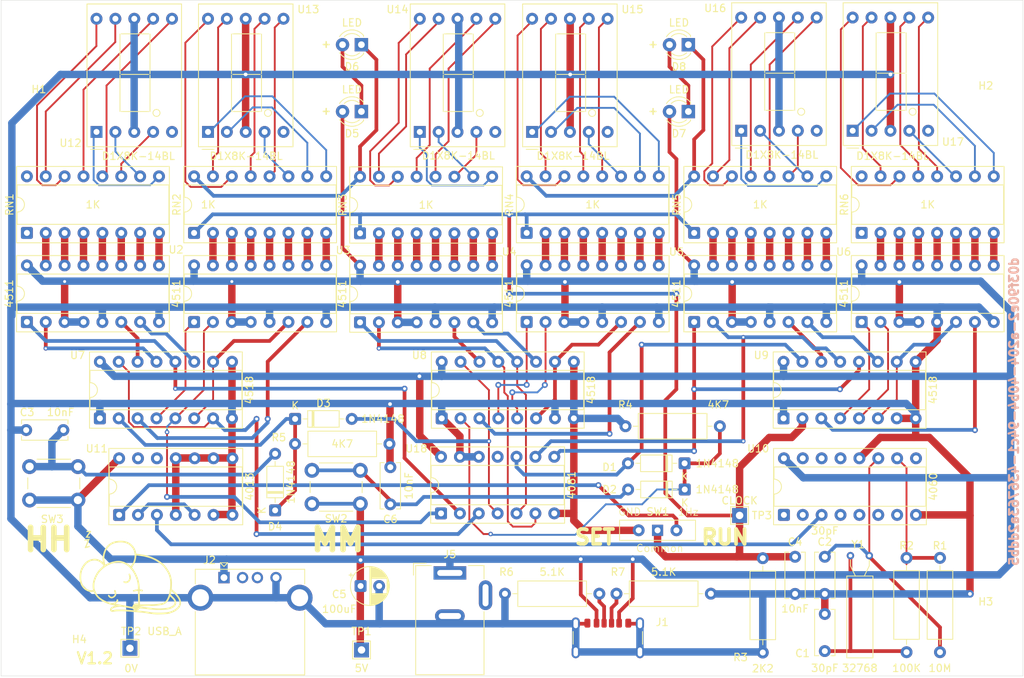
<source format=kicad_pcb>
(kicad_pcb (version 20241229) (generator "pcbnew") (generator_version "9.0")
  (title_block (title "Logic Clock") (date "2025-11-16") (rev "1.2"))
  (layers (0 "F.Cu" signal) (2 "B.Cu" signal) (13 "F.Paste" user) (15 "B.Paste" user) (5 "F.SilkS" user "F.Silkscreen") (7 "B.SilkS" user "B.Silkscreen") (1 "F.Mask" user) (3 "B.Mask" user) (25 "Edge.Cuts" user))
  (net 0 "")
  (net 1 "Net-(C1-Pad2)")
  (net 2 "GND")
  (net 3 "Net-(U10-~{Φ1})")
  (net 4 "VDD")
  (net 5 "Net-(D1-K)")
  (net 6 "Net-(D1-A)")
  (net 7 "Net-(D2-A)")
  (net 8 "Net-(D3-K)")
  (net 9 "Net-(D3-A)")
  (net 10 "Net-(D4-A)")
  (net 11 "Net-(D5-K)")
  (net 12 "Net-(D6-K)")
  (net 13 "Net-(D7-K)")
  (net 14 "Net-(D8-K)")
  (net 15 "Net-(J1-CC2)")
  (net 16 "Net-(J1-CC1)")
  (net 19 "Net-(U10-Φ0)")
  (net 20 "Net-(RN1-R5.2)")
  (net 21 "Net-(RN1-R2.2)")
  (net 22 "Net-(RN1-R3.1)")
  (net 23 "Net-(RN1-R7.2)")
  (net 24 "Net-(RN1-R6.2)")
  (net 25 "Net-(RN1-R6.1)")
  (net 26 "Net-(RN1-R2.1)")
  (net 27 "Net-(RN1-R3.2)")
  (net 28 "Net-(RN1-R4.1)")
  (net 29 "Net-(RN1-R7.1)")
  (net 30 "Net-(RN1-R5.1)")
  (net 31 "Net-(RN1-R4.2)")
  (net 32 "Net-(RN2-R3.1)")
  (net 33 "Net-(RN2-R6.2)")
  (net 34 "Net-(RN2-R7.2)")
  (net 35 "Net-(RN2-R2.1)")
  (net 36 "Net-(RN2-R4.1)")
  (net 37 "Net-(RN2-R5.2)")
  (net 38 "Net-(RN2-R2.2)")
  (net 39 "Net-(RN2-R6.1)")
  (net 40 "Net-(RN2-R5.1)")
  (net 41 "Net-(RN2-R3.2)")
  (net 42 "Net-(RN2-R7.1)")
  (net 43 "Net-(RN2-R4.2)")
  (net 44 "Net-(RN3-R3.2)")
  (net 45 "Net-(RN3-R6.1)")
  (net 46 "Net-(RN3-R3.1)")
  (net 47 "Net-(RN3-R4.1)")
  (net 48 "Net-(RN3-R5.2)")
  (net 49 "Net-(RN3-R2.1)")
  (net 50 "Net-(RN3-R7.2)")
  (net 51 "CLOCK")
  (net 52 "Net-(RN3-R6.2)")
  (net 53 "Net-(RN3-R2.2)")
  (net 54 "Net-(RN3-R5.1)")
  (net 55 "Net-(RN3-R7.1)")
  (net 56 "Net-(RN3-R4.2)")
  (net 57 "Net-(RN4-R2.2)")
  (net 58 "Net-(RN4-R5.1)")
  (net 59 "Net-(RN4-R2.1)")
  (net 60 "Net-(RN4-R7.1)")
  (net 61 "Net-(RN4-R6.2)")
  (net 62 "Net-(RN4-R7.2)")
  (net 63 "Net-(RN4-R4.1)")
  (net 64 "Net-(RN4-R6.1)")
  (net 65 "Net-(RN4-R5.2)")
  (net 66 "Net-(RN4-R3.2)")
  (net 67 "Net-(RN4-R3.1)")
  (net 68 "Net-(RN4-R4.2)")
  (net 69 "Net-(RN5-R3.2)")
  (net 70 "Net-(RN5-R2.2)")
  (net 71 "Net-(RN5-R6.2)")
  (net 72 "Net-(RN5-R2.1)")
  (net 73 "Net-(RN5-R3.1)")
  (net 74 "Net-(RN5-R5.2)")
  (net 75 "Net-(RN5-R7.1)")
  (net 76 "Net-(RN5-R6.1)")
  (net 77 "Net-(RN5-R4.2)")
  (net 78 "Net-(RN5-R5.1)")
  (net 79 "Net-(RN5-R4.1)")
  (net 80 "Net-(RN5-R7.2)")
  (net 81 "Net-(RN6-R2.1)")
  (net 82 "Net-(RN6-R2.2)")
  (net 83 "Net-(RN6-R5.1)")
  (net 84 "Net-(RN6-R3.2)")
  (net 85 "Net-(RN6-R6.1)")
  (net 86 "Net-(RN6-R4.1)")
  (net 87 "Net-(RN6-R6.2)")
  (net 88 "Net-(RN6-R4.2)")
  (net 89 "Net-(RN6-R7.1)")
  (net 90 "Net-(RN6-R7.2)")
  (net 91 "Net-(RN6-R5.2)")
  (net 92 "Net-(RN6-R3.1)")
  (net 93 "Net-(SW1-A)")
  (net 94 "Net-(U1-DD)")
  (net 95 "Net-(U1-DA)")
  (net 96 "Net-(U1-DC)")
  (net 97 "Net-(U1-DB)")
  (net 98 "Net-(U2-DB)")
  (net 99 "Net-(U2-DC)")
  (net 100 "Net-(U2-DD)")
  (net 101 "Net-(U2-DA)")
  (net 102 "Net-(U3-DB)")
  (net 103 "Net-(U3-DA)")
  (net 104 "Net-(U3-DD)")
  (net 105 "Net-(U3-DC)")
  (net 106 "Net-(U4-DD)")
  (net 107 "Net-(U4-DC)")
  (net 108 "Net-(U4-DA)")
  (net 109 "Net-(U4-DB)")
  (net 110 "Net-(U5-DC)")
  (net 111 "Net-(U5-DD)")
  (net 112 "Net-(U5-DA)")
  (net 113 "Net-(U5-DB)")
  (net 114 "Net-(U6-DA)")
  (net 115 "Net-(U6-DB)")
  (net 116 "Net-(U6-DC)")
  (net 117 "Net-(U6-DD)")
  (net 118 "Net-(U7A-Reset)")
  (net 127 "Net-(U10-Q14)")
  (net 130 "Net-(U11A-D)")
  (net 142 "Net-(RN1-R8.1)")
  (net 143 "Net-(RN1-R8.2)")
  (net 144 "Net-(RN2-R8.2)")
  (net 145 "Net-(RN2-R8.1)")
  (net 146 "Net-(RN3-R8.2)")
  (net 147 "Net-(RN3-R8.1)")
  (net 148 "Net-(RN4-R8.1)")
  (net 149 "Net-(RN4-R8.2)")
  (net 150 "Net-(RN5-R8.1)")
  (net 151 "Net-(RN5-R8.2)")
  (net 152 "Net-(RN6-R8.2)")
  (net 155 "Net-(RN6-R8.1)")
  (footprint "Package_DIP:DIP-16_W7.62mm_Socket" (layer "F.Cu") (at 227.299935 113.341844 90)
    (property "Reference" "RN6")
    (property "Value" "1K")
  )
  (footprint "LED_THT:LED_D3.0mm" (layer "F.Cu") (at 159.983426 96.99359 180)
    (property "Reference" "D5")
    (property "Value" "LED")
  )
  (footprint "Diode_THT:D_DO-35_SOD27_P7.62mm_Horizontal" (layer "F.Cu") (at 203.474249 144.368634 180)
    (property "Reference" "D1")
    (property "Value" "1N4148")
  )
  (footprint "Package_DIP:DIP-16_W7.62mm_Socket" (layer "F.Cu") (at 204.762223 125.336973 90)
    (property "Reference" "U5")
    (property "Value" "4511")
  )
  (footprint "80_Bus:sleepymouse_very_small" (layer "F.Cu") (at 128.489835 159.497216)
    (property "Reference" "G001")
    (property "Value" "LOGO" (hide yes))
  )
  (footprint "Display_7Segment:D1X8K" (layer "F.Cu") (at 167.84 99.74 90)
    (property "Reference" "U14")
    (property "Value" "D1X8K-14BL")
  )
  (footprint "Connector_USB:USB_C_Receptacle_GCT_USB4125-xx-x-0190_6P_TopMnt_Horizontal" (layer "F.Cu") (at 193.144327 168.968794)
    (property "Reference" "J1")
    (property "Value" "USB_C_Receptacle_PowerOnly_6P")
  )
  (footprint "MountingHole:MountingHole_3.5mm" (layer "F.Cu") (at 244 168)
    (property "Reference" "H3")
    (property "Value" "MountingHole")
  )
  (footprint "MountingHole:MountingHole_3.5mm" (layer "F.Cu") (at 116.5 87)
    (property "Reference" "H1")
    (property "Value" "MountingHole")
  )
  (footprint "Display_7Segment:D1X8K" (layer "F.Cu") (at 124.34 99.74 90)
    (property "Reference" "U12")
    (property "Value" "D1X8K-14BL")
  )
  (footprint "Resistor_THT:R_Axial_DIN0309_L9.0mm_D3.2mm_P12.70mm_Horizontal" (layer "F.Cu") (at 213.996935 169.848048 90)
    (property "Reference" "R3")
    (property "Value" "2K2")
  )
  (footprint "80_Bus:SW_Slide-03_Pin-2-Common_10x2.5x6.4_P2.54mm" (layer "F.Cu") (at 199.83484 153.389667 180)
    (property "Reference" "SW1")
    (property "Value" "SW_SPDT")
  )
  (footprint "Diode_THT:D_DO-35_SOD27_P7.62mm_Horizontal" (layer "F.Cu") (at 148.37484 150.699667 90)
    (property "Reference" "D4")
    (property "Value" "1N4148")
  )
  (footprint "Capacitor_THT:C_Disc_D6.0mm_W2.5mm_P5.00mm" (layer "F.Cu") (at 222.340744 161.953172 90)
    (property "Reference" "C2")
    (property "Value" "30pF")
  )
  (footprint "Package_DIP:DIP-16_W7.62mm_Socket" (layer "F.Cu") (at 114.96997 125.338597 90)
    (property "Reference" "U1" (hide yes))
    (property "Value" "4511")
  )
  (footprint "Capacitor_THT:C_Disc_D6.0mm_W2.5mm_P5.00mm" (layer "F.Cu") (at 163.87484 149.889667 90)
    (property "Reference" "C6")
    (property "Value" "10nF")
  )
  (footprint "Crystal:Crystal_AT310_D3.0mm_L10.0mm_Horizontal" (layer "F.Cu") (at 225.789344 156.802654)
    (property "Reference" "Y1")
    (property "Value" "32768")
  )
  (footprint "Resistor_THT:R_Axial_DIN0309_L9.0mm_D3.2mm_P12.70mm_Horizontal" (layer "F.Cu") (at 237.840744 157.103172 -90)
    (property "Reference" "R1")
    (property "Value" "10M")
  )
  (footprint "MountingHole:MountingHole_3.5mm" (layer "F.Cu") (at 244 87)
    (property "Reference" "H2")
    (property "Value" "MountingHole")
  )
  (footprint "Package_DIP:DIP-16_W7.62mm_Socket" (layer "F.Cu") (at 170.789749 138.314318 90)
    (property "Reference" "U8")
    (property "Value" "4518")
  )
  (footprint "TestPoint:TestPoint_THTPad_2.0x2.0mm_Drill1.0mm" (layer "F.Cu") (at 160 169.5)
    (property "Reference" "TP1")
    (property "Value" "5V")
  )
  (footprint "Package_DIP:DIP-16_W7.62mm_Socket" (layer "F.Cu") (at 182.224511 125.336973 90)
    (property "Reference" "U4")
    (property "Value" "4511")
  )
  (footprint "Package_DIP:DIP-14_W7.62mm_Socket" (layer "F.Cu") (at 170.69863 151.110124 90)
    (property "Reference" "U18")
    (property "Value" "4081")
  )
  (footprint "LED_THT:LED_D3.0mm" (layer "F.Cu") (at 203.981613 87.996374 180)
    (property "Reference" "D8")
    (property "Value" "LED")
  )
  (footprint "Resistor_THT:R_Axial_DIN0309_L9.0mm_D3.2mm_P12.70mm_Horizontal" (layer "F.Cu") (at 163.754827 141.750454 180)
    (property "Reference" "R5")
    (property "Value" "4K7")
  )
  (footprint "Resistor_THT:R_Axial_DIN0309_L9.0mm_D3.2mm_P12.70mm_Horizontal" (layer "F.Cu") (at 233.340744 157.103172 -90)
    (property "Reference" "R2")
    (property "Value" "100K")
  )
  (footprint "Resistor_THT:R_Axial_DIN0309_L9.0mm_D3.2mm_P12.70mm_Horizontal" (layer "F.Cu") (at 195.518124 139.375792)
    (property "Reference" "R4")
    (property "Value" "4K7")
  )
  (footprint "TestPoint:TestPoint_THTPad_2.0x2.0mm_Drill1.0mm" (layer "F.Cu") (at 210.87484 151.389667)
    (property "Reference" "TP3")
    (property "Value" "CLOCK")
  )
  (footprint "Package_DIP:DIP-16_W7.62mm_Socket" (layer "F.Cu") (at 159.800304 113.388043 90)
    (property "Reference" "RN3")
    (property "Value" "1K")
  )
  (footprint "TestPoint:TestPoint_THTPad_2.0x2.0mm_Drill1.0mm" (layer "F.Cu") (at 128.832922 169.276529)
    (property "Reference" "TP2")
    (property "Value" "0V")
  )
  (footprint "Package_DIP:DIP-16_W7.62mm_Socket" (layer "F.Cu") (at 204.762223 113.341844 90)
    (property "Reference" "RN5")
    (property "Value" "1K")
  )
  (footprint "Package_DIP:DIP-14_W7.62mm_Socket" (layer "F.Cu") (at 127.384382 151.314242 90)
    (property "Reference" "U11")
    (property "Value" "4013")
  )
  (footprint "Display_7Segment:D1X8K" (layer "F.Cu") (at 226.092896 99.579106 90)
    (property "Reference" "U17")
    (property "Value" "D1X8K-14BL")
  )
  (footprint "Package_DIP:DIP-16_W7.62mm_Socket" (layer "F.Cu") (at 216.83565 151.314242 90)
    (property "Reference" "U10")
    (property "Value" "4060")
  )
  (footprint "Capacitor_THT:CP_Radial_D5.0mm_P2.50mm" (layer "F.Cu") (at 159.873043 160.889224)
    (property "Reference" "C5")
    (property "Value" "100uF")
  )
  (footprint "Capacitor_THT:C_Disc_D6.0mm_W2.5mm_P5.00mm" (layer "F.Cu") (at 218.340744 156.953172 -90)
    (property "Reference" "C4")
    (property "Value" "10nF")
  )
  (footprint "Package_DIP:DIP-16_W7.62mm_Socket" (layer "F.Cu") (at 182.224511 113.341844 90)
    (property "Reference" "RN4")
    (property "Value" "1K")
  )
  (footprint "Button_Switch_THT:SW_PUSH_6mm_H5mm" (layer "F.Cu") (at 159.83565 149.814242 180)
    (property "Reference" "SW2")
    (property "Value" "SW_Push")
  )
  (footprint "Display_7Segment:D1X8K" (layer "F.Cu") (at 182.96 99.74 90)
    (property "Reference" "U15")
    (property "Value" "D1X8K-14BL")
  )
  (footprint "Package_DIP:DIP-16_W7.62mm_Socket" (layer "F.Cu") (at 137.467978 125.338597 90)
    (property "Reference" "U2")
    (property "Value" "4511")
  )
  (footprint "Connector_BarrelJack:BarrelJack_Wuerth_6941xx301002" (layer "F.Cu") (at 171.888022 159.1298)
    (property "Reference" "J5")
    (property "Value" "Barrel_Jack")
  )
  (footprint "Capacitor_THT:C_Disc_D6.0mm_W2.5mm_P5.00mm" (layer "F.Cu") (at 119.87484 139.889667 180)
    (property "Reference" "C3")
    (property "Value" "10nF")
  )
  (footprint "Display_7Segment:D1X8K" (layer "F.Cu") (at 211.092896 99.579106 90)
    (property "Reference" "U16")
    (property "Value" "D1X8K-14BL")
  )
  (footprint "Package_DIP:DIP-16_W7.62mm_Socket" (layer "F.Cu") (at 114.96997 113.343468 90)
    (property "Reference" "RN1")
    (property "Value" "1K")
  )
  (footprint "Connector_USB:USB_A_Kycon_KUSBX-AS1N-B_Horizontal" (layer "F.Cu") (at 141.490806 159.758148)
    (property "Reference" "J2")
    (property "Value" "USB_A")
  )
  (footprint "MountingHole:MountingHole_3.5mm" (layer "F.Cu") (at 116.5 168)
    (property "Reference" "H4")
    (property "Value" "MountingHole")
  )
  (footprint "Button_Switch_THT:SW_PUSH_6mm_H5mm" (layer "F.Cu") (at 121.83565 149.314242 180)
    (property "Reference" "SW3")
    (property "Value" "SW_Push")
  )
  (footprint "LED_THT:LED_D3.0mm" (layer "F.Cu") (at 203.981613 96.996374 180)
    (property "Reference" "D7")
    (property "Value" "LED")
  )
  (footprint "Package_DIP:DIP-16_W7.62mm_Socket" (layer "F.Cu") (at 227.299935 125.336973 90)
    (property "Reference" "U6")
    (property "Value" "4511")
  )
  (footprint "Capacitor_THT:C_Disc_D6.0mm_W2.5mm_P5.00mm" (layer "F.Cu") (at 222.340744 164.653172 -90)
    (property "Reference" "C1")
    (property "Value" "30pF")
  )
  (footprint "Display_7Segment:D1X8K" (layer "F.Cu") (at 139.34 99.74 90)
    (property "Reference" "U13")
    (property "Value" "D1X8K-14BL")
  )
  (footprint "LED_THT:LED_D3.0mm" (layer "F.Cu") (at 159.983426 87.99359 180)
    (property "Reference" "D6")
    (property "Value" "LED")
  )
  (footprint "Resistor_THT:R_Axial_DIN0309_L9.0mm_D3.2mm_P12.70mm_Horizontal" (layer "F.Cu") (at 194.307887 161.925467)
    (property "Reference" "R7")
    (property "Value" "5.1K")
  )
  (footprint "Resistor_THT:R_Axial_DIN0309_L9.0mm_D3.2mm_P12.70mm_Horizontal" (layer "F.Cu") (at 192.000419 161.927881 180)
    (property "Reference" "R6")
    (property "Value" "5.1K")
  )
  (footprint "Diode_THT:D_DO-35_SOD27_P7.62mm_Horizontal" (layer "F.Cu") (at 203.49484 147.889667 180)
    (property "Reference" "D2")
    (property "Value" "1N4148")
  )
  (footprint "Package_DIP:DIP-16_W7.62mm_Socket" (layer "F.Cu") (at 159.800304 125.383172 90)
    (property "Reference" "U3")
    (property "Value" "4511")
  )
  (footprint "Package_DIP:DIP-16_W7.62mm_Socket" (layer "F.Cu") (at 124.789749 138.314318 90)
    (property "Reference" "U7")
    (property "Value" "4518")
  )
  (footprint "Package_DIP:DIP-16_W7.62mm_Socket" (layer "F.Cu") (at 216.789749 138.314318 90)
    (property "Reference" "U9")
    (property "Value" "4518")
  )
  (footprint "Diode_THT:D_DO-35_SOD27_P7.62mm_Horizontal" (layer "F.Cu") (at 151.06484 138.389667)
    (property "Reference" "D3")
    (property "Value" "1N4148")
  )
  (footprint "Package_DIP:DIP-16_W7.62mm_Socket" (layer "F.Cu") (at 137.467978 113.343468 90)
    (property "Reference" "RN2")
    (property "Value" "1K")
  )
  (gr_line (start 111.5 173) (end 111.5 82) (stroke (width 0.05)) (layer "Edge.Cuts"))
  (gr_line (start 111.5 82) (end 249 82) (stroke (width 0.05)) (layer "Edge.Cuts"))
  (gr_line (start 249 82) (end 249 173) (stroke (width 0.05)) (layer "Edge.Cuts"))
  (gr_line (start 111.5 173) (end 249 173) (stroke (width 0.05)) (layer "Edge.Cuts"))
  (gr_text "1Hz" (at 202.498048 151.495403 0) (layer "F.SilkS") (effects (font (size 1 1) (thickness 0.1)) (justify left bottom)))
  (gr_text "HH" (at 114.25484 156.389667 0) (layer "F.SilkS") (effects (font (size 3 3) (thickness 0.75) (bold yes)) (justify left bottom)))
  (gr_text "+" (at 198.481613 88.496374 0) (layer "F.SilkS") (effects (font (size 1 1) (thickness 0.2) (bold yes)) (justify left bottom)))
  (gr_text "V1.2" (at 121.5 171.5 0) (layer "F.SilkS") (effects (font (size 1.5 1.5) (thickness 0.3) (bold yes)) (justify left bottom)))
  (gr_text "+" (at 154.4929 97.488713 0) (layer "F.SilkS") (effects (font (size 1 1) (thickness 0.2) (bold yes)) (justify left bottom)))
  (gr_text "+" (at 198.481613 97.496374 0) (layer "F.SilkS") (effects (font (size 1 1) (thickness 0.2) (bold yes)) (justify left bottom)))
  (gr_text "RUN" (at 205.498331 155.484814 0) (layer "F.SilkS") (effects (font (size 2 2) (thickness 0.5) (bold yes)) (justify left bottom)))
  (gr_text "GND" (at 194.495822 151.495403 0) (layer "F.SilkS") (effects (font (size 1 1) (thickness 0.1)) (justify left bottom)))
  (gr_text "+" (at 154.4929 88.48621 0) (layer "F.SilkS") (effects (font (size 1 1) (thickness 0.2) (bold yes)) (justify left bottom)))
  (gr_text "Common" (at 196.87484 156.389667 0) (layer "F.SilkS") (effects (font (size 1 1) (thickness 0.1)) (justify left bottom)))
  (gr_text "MM" (at 152.87484 156.389667 0) (layer "F.SilkS") (effects (font (size 3 3) (thickness 0.75) (bold yes)) (justify left bottom)))
  (gr_text "SET" (at 188.46601 155.482584 0) (layer "F.SilkS") (effects (font (size 2 2) (thickness 0.5) (bold yes)) (justify left bottom)))
  (gr_text "d03f90e2-a204-40b4-94c1-436763a2ddb5" (at 248.5 116.5 90) (layer "B.SilkS") (effects (font (size 1.2 1.2) (thickness 0.3) (bold yes)) (justify left bottom mirror)))
  (segment (start 222.341262 169.652654) (end 222.340744 169.653172) (width 0.5) (layer "F.Cu") (net 1))
  (segment (start 232.829344 169.652654) (end 225.840744 169.652654) (width 0.5) (layer "F.Cu") (net 1))
  (segment (start 225.840744 169.652654) (end 222.341262 169.652654) (width 0.5) (layer "F.Cu") (net 1))
  (segment (start 225.789344 169.601254) (end 225.840744 169.652654) (width 0.5) (layer "F.Cu") (net 1))
  (segment (start 225.789344 156.802654) (end 225.789344 169.601254) (width 0.5) (layer "F.Cu") (net 1))
  (segment (start 188.824327 165.968794) (end 190.314327 165.968794) (width 0.5) (layer "F.Cu") (net 2))
  (segment (start 188.459625 151.110124) (end 188.569749 151) (width 1) (layer "F.Cu") (net 2))
  (segment (start 142.569749 151.259609) (end 142.624382 151.314242) (width 1) (layer "F.Cu") (net 2))
  (segment (start 188.569749 138.314318) (end 188.569749 151) (width 1) (layer "F.Cu") (net 2))
  (segment (start 142.61565 143.68551) (end 142.624382 143.694242) (width 1) (layer "F.Cu") (net 2))
  (segment (start 142.624382 151.26683) (end 140.084382 151.26683) (width 1) (layer "F.Cu") (net 2))
  (segment (start 234.569749 140.694758) (end 234.37484 140.889667) (width 1) (layer "F.Cu") (net 2))
  (segment (start 241.799415 151.314242) (end 241.87484 151.389667) (width 1) (layer "F.Cu") (net 2))
  (segment (start 188.569749 151) (end 188.569749 152.069749) (width 1) (layer "F.Cu") (net 2))
  (segment (start 237.459935 125.336973) (end 237.459935 127.804132) (width 1) (layer "F.Cu") (net 2))
  (segment (start 185.93863 151.110124) (end 188.459625 151.110124) (width 1) (layer "F.Cu") (net 2))
  (segment (start 237.459935 127.804132) (end 234.569749 130.694318) (width 1) (layer "F.Cu") (net 2))
  (segment (start 197.464327 165.968794) (end 195.974327 165.968794) (width 0.5) (layer "F.Cu") (net 2))
  (segment (start 195.974327 165.968794) (end 195.894327 165.888794) (width 0.5) (layer "F.Cu") (net 2))
  (segment (start 188.569749 152.069749) (end 189.889667 153.389667) (width 1) (layer "F.Cu") (net 2))
  (segment (start 241.87484 146.353432) (end 241.87484 151.389667) (width 1) (layer "F.Cu") (net 2))
  (segment (start 234.569749 138.314318) (end 234.569749 140.694758) (width 1) (layer "F.Cu") (net 2))
  (segment (start 229.800225 140.889667) (end 234.37484 140.889667) (width 1) (layer "F.Cu") (net 2))
  (segment (start 232.029749 138.314318) (end 234.569749 138.314318) (width 1) (layer "F.Cu") (net 2))
  (segment (start 142.569749 138.314318) (end 142.569749 151.259609) (width 1) (layer "F.Cu") (net 2))
  (segment (start 226.99565 143.694242) (end 229.800225 140.889667) (width 1) (layer "F.Cu") (net 2))
  (segment (start 163.83565 144.314242) (end 163.83565 136.389667) (width 1) (layer "F.Cu") (net 2))
  (segment (start 173.23863 143.490124) (end 173.23863 140.717222) (width 1) (layer "F.Cu") (net 2))
  (segment (start 135.004382 143.64683) (end 135.004382 151.26683) (width 1) (layer "F.Cu") (net 2))
  (segment (start 188.569749 130.694318) (end 188.569749 138.314318) (width 1) (layer "F.Cu") (net 2))
  (segment (start 190.314327 165.968794) (end 190.394327 165.888794) (width 0.5) (layer "F.Cu") (net 2))
  (segment (start 241.87484 151.389667) (end 241.87484 161.953172) (width 1) (layer "F.Cu") (net 2))
  (segment (start 234.37484 140.889667) (end 236.411075 140.889667) (width 1) (layer "F.Cu") (net 2))
  (segment (start 234.569749 130.694318) (end 234.569749 138.314318) (width 1) (layer "F.Cu") (net 2))
  (segment (start 234.61565 151.314242) (end 241.799415 151.314242) (width 1) (layer "F.Cu") (net 2))
  (segment (start 236.411075 140.889667) (end 241.87484 146.353432) (width 1) (layer "F.Cu") (net 2))
  (segment (start 189.889667 153.389667) (end 197.29484 153.389667) (width 1) (layer "F.Cu") (net 2))
  (segment (start 231.172896 84.339106) (end 231.172896 99.579106) (width 1) (layer "F.Cu") (net 2))
  (segment (start 142.569749 130.694318) (end 142.569749 138.314318) (width 1) (layer "F.Cu") (net 2))
  (segment (start 222.340744 161.953172) (end 222.340744 164.653172) (width 1) (layer "F.Cu") (net 2))
  (segment (start 144.403215 84.699952) (end 144.403215 99.939952) (width 1) (layer "F.Cu") (net 2))
  (segment (start 188.08 84.76) (end 188.08 100) (width 1) (layer "F.Cu") (net 2))
  (segment (start 142.624382 143.64683) (end 135.004382 143.64683) (width 1) (layer "F.Cu") (net 2))
  (segment (start 173.23863 140.717222) (end 170.83565 138.314242) (width 1) (layer "F.Cu") (net 2))
  (via (at 163.83565 136.389667) (size 1) (drill 0.5) (layers "F.Cu" "B.Cu") (net 2))
  (via (at 241.87484 161.953172) (size 1) (drill 0.5) (layers "F.Cu" "B.Cu") (net 2))
  (via (at 231.172896 92) (size 1) (drill 0.5) (layers "F.Cu" "B.Cu") (net 2))
  (via (at 188.08 92) (size 1) (drill 0.5) (layers "F.Cu" "B.Cu") (net 2))
  (via (at 144.403215 92) (size 1) (drill 0.5) (layers "F.Cu" "B.Cu") (net 2))
  (segment (start 222.542223 123.616973) (end 222.262223 123.336973) (width 1) (layer "B.Cu") (net 2))
  (segment (start 155.247978 125.338597) (end 155.247978 123.510034) (width 1) (layer "B.Cu") (net 2))
  (segment (start 155.166452 165.968794) (end 162.5 165.968794) (width 1) (layer "B.Cu") (net 2))
  (segment (start 200.004511 125.336973) (end 200.004511 123.616973) (width 1) (layer "B.Cu") (net 2))
  (segment (start 179.300419 161.927881) (end 179.300419 165.668375) (width 1) (layer "B.Cu") (net 2))
  (segment (start 144.403215 92) (end 119.5 92) (width 1) (layer "B.Cu") (net 2))
  (segment (start 213.992338 169.490245) (end 213.992338 162.460834) (width 1) (layer "B.Cu") (net 2))
  (segment (start 243.079935 123.336973) (end 245.079935 125.336973) (width 1) (layer "B.Cu") (net 2))
  (segment (start 188.569749 138.314318) (end 188.569749 136.594318) (width 1) (layer "B.Cu") (net 2))
  (segment (start 177.580304 123.631509) (end 177.87484 123.336973) (width 1) (layer "B.Cu") (net 2))
  (segment (start 148.490806 162.458954) (end 148.5 162.468148) (width 1) (layer "B.Cu") (net 2))
  (segment (start 169.960304 123.422437) (end 169.87484 123.336973) (width 1) (layer "B.Cu") (net 2))
  (segment (start 207.035592 161.953172) (end 218.340744 161.953172) (width 1) (layer "B.Cu") (net 2))
  (segment (start 207.035592 161.953172) (end 207.007887 161.925467) (width 1) (layer "B.Cu") (net 2))
  (segment (start 142.789749 136.314318) (end 185.789749 136.314318) (width 1) (layer "B.Cu") (net 2))
  (segment (start 188.569749 138.314318) (end 194.45665 138.314318) (width 1) (layer "B.Cu") (net 2))
  (segment (start 214.762223 123.336973) (end 222.262223 123.336973) (width 1) (layer "B.Cu") (net 2))
  (segment (start 197.464327 165.968794) (end 197.464327 169.768794) (width 1) (layer "B.Cu") (net 2))
  (segment (start 233.289749 136.314318) (end 216.789749 136.314318) (width 1) (layer "B.Cu") (net 2))
  (segment (start 112.947203 98.552797) (end 112.947203 124.5) (width 1) (layer "B.Cu") (net 2))
  (segment (start 192.37484 123.336973) (end 177.87484 123.336973) (width 1) (layer "B.Cu") (net 2))
  (segment (start 186.029749 136.554318) (end 185.789749 136.314318) (width 1) (layer "B.Cu") (net 2))
  (segment (start 194.45665 138.314318) (end 195.518124 139.375792) (width 1) (layer "B.Cu") (net 2))
  (segment (start 214.922223 123.496973) (end 214.762223 123.336973) (width 1) (layer "B.Cu") (net 2))
  (segment (start 162.373043 165.841837) (end 162.5 165.968794) (width 1) (layer "B.Cu") (net 2))
  (segment (start 192.384511 123.346644) (end 192.37484 123.336973) (width 1) (layer "B.Cu") (net 2))
  (segment (start 169.87484 123.336973) (end 112.874737 123.336973) (width 1) (layer "B.Cu") (net 2))
  (segment (start 129 162.468148) (end 148.5 162.468148) (width 1) (layer "B.Cu") (net 2))
  (segment (start 222.542223 125.336973) (end 222.542223 123.616973) (width 1) (layer "B.Cu") (net 2))
  (segment (start 112.822043 136.389667) (end 112.822043 139.889667) (width 1) (layer "B.Cu") (net 2))
  (segment (start 162.373043 160.889224) (end 162.373043 165.841837) (width 1) (layer "B.Cu") (net 2))
  (segment (start 162.5 165.968794) (end 179 165.968794) (width 1) (layer "B.Cu") (net 2))
  (segment (start 169.960304 125.383172) (end 169.960304 123.422437) (width 1) (layer "B.Cu") (net 2))
  (segment (start 124.789749 138.314318) (end 124.789749 136.314318) (width 1) (layer "B.Cu") (net 2))
  (segment (start 123.472799 162.468148) (end 129 162.468148) (width 1) (layer "B.Cu") (net 2))
  (segment (start 177.580304 125.383172) (end 177.580304 123.631509) (width 1) (layer "B.Cu") (net 2))
  (segment (start 170.789749 138.314318) (end 170.789749 136.814318) (width 1) (layer "B.Cu") (net 2))
  (segment (start 119.5 92) (end 112.947203 98.552797) (width 1) (layer "B.Cu") (net 2))
  (segment (start 177.87484 123.336973) (end 169.87484 123.336973) (width 1) (layer "B.Cu") (net 2))
  (segment (start 218.340744 161.953172) (end 222.340744 161.953172) (width 1) (layer "B.Cu") (net 2))
  (segment (start 148.5 162.468148) (end 151.665806 162.468148) (width 1) (layer "B.Cu") (net 2))
  (segment (start 199.724511 123.336973) (end 192.37484 123.336973) (width 1) (layer "B.Cu") (net 2))
  (segment (start 216.789749 138.314318) (end 216.789749 136.314318) (width 1) (layer "B.Cu") (net 2))
  (segment (start 112.822043 123.389667) (end 112.822043 136.389667) (width 1) (layer "B.Cu") (net 2))
  (segment (start 132.74997 125.338597) (end 132.74997 123.508042) (width 1) (layer "B.Cu") (net 2))
  (segment (start 188.824327 165.968794) (end 188.824327 169.768794) (width 1) (layer "B.Cu") (net 2))
  (segment (start 142.569749 138.314318) (end 142.569749 136.534318) (width 1) (layer "B.Cu") (net 2))
  (segment (start 173.08 84.76) (end 173.08 100) (width 1) (layer "B.Cu") (net 2))
  (segment (start 213.713789 169.768794) (end 213.992338 169.490245) (width 1) (layer "B.Cu") (net 2))
  (segment (start 148.490806 159.758148) (end 148.490806 162.458954) (width 1) (layer "B.Cu") (net 2))
  (segment (start 128.832922 162.635226) (end 129 162.468148) (width 1) (layer "B.Cu") (net 2))
  (segment (start 234.569749 138.314318) (end 234.569749 137.594318) (width 1) (layer "B.Cu") (net 2))
  (segment (start 125.12997 125.338597) (end 125.12997 123.638302) (width 1) (layer "B.Cu") (net 2))
  (segment (start 112.874737 123.336973) (end 112.822043 123.389667) (width 1) (layer "B.Cu") (net 2))
  (segment (start 216.172896 84.339106) (end 216.172896 99.579106) (width 1) (layer "B.Cu") (net 2))
  (segment (start 142.569749 136.534318) (end 142.789749 136.314318) (width 1) (layer "B.Cu") (net 2))
  (segment (start 114.87484 139.889667) (end 112.822043 139.889667) (width 1) (layer "B.Cu") (net 2))
  (segment (start 124.789749 136.314318) (end 142.789749 136.314318) (width 1) (layer "B.Cu") (net 2))
  (segment (start 179.300419 165.668375) (end 179 165.968794) (width 1) (layer "B.Cu") (net 2))
  (segment (start 129.403215 84.699952) (end 129.403215 99.939952) (width 1) (layer "B.Cu") (net 2))
  (segment (start 188.569749 136.594318) (end 188.289749 136.314318) (width 1) (layer "B.Cu") (net 2))
  (segment (start 192.384511 125.336973) (end 192.384511 123.346644) (width 1) (layer "B.Cu") (net 2))
  (segment (start 147.627978 125.338597) (end 147.627978 123.63631) (width 1) (layer "B.Cu") (net 2))
  (segment (start 188.824327 165.968794) (end 179 165.968794) (width 1) (layer "B.Cu") (net 2))
  (segment (start 173.23863 143.490124) (end 175.77863 143.490124) (width 1) (layer "B.Cu") (net 2))
  (segment (start 234.569749 137.594318) (end 233.289749 136.314318) (width 1) (layer "B.Cu") (net 2))
  (segment (start 188.824327 169.768794) (end 213.713789 169.768794) (width 1) (layer "B.Cu") (net 2))
  (segment (start 237.459935 125.336973) (end 237.459935 123.676973) (width 1) (layer "B.Cu") (net 2))
  (segment (start 124.789749 136.314318) (end 112.897392 136.314318) (width 1) (layer "B.Cu") (net 2))
  (segment (start 188.08 92) (end 231.172896 92) (width 1) (layer "B.Cu") (net 2))
  (segment (start 186.029749 138.314318) (end 186.029749 136.554318) (width 1) (layer "B.Cu") (net 2))
  (segment (start 237.459935 123.676973) (end 237.799935 123.336973) (width 1) (layer "B.Cu") (net 2))
  (segment (start 185.789749 136.314318) (end 188.289749 136.314318) (width 1) (layer "B.Cu") (net 2))
  (segment (start 128.832922 169.276529) (end 128.832922 162.635226) (width 1) (layer "B.Cu") (net 2))
  (segment (start 188.289749 136.314318) (end 216.789749 136.314318) (width 1) (layer "B.Cu") (net 2))
  (segment (start 222.262223 123.336973) (end 238.262223 123.336973) (width 1) (layer "B.Cu") (net 2))
  (segment (start 214.922223 125.336973) (end 214.922223 123.496973) (width 1) (layer "B.Cu") (net 2))
  (segment (start 112.822043 151.817392) (end 123.472799 162.468148) (width 1) (layer "B.Cu") (net 2))
  (segment (start 222.340744 161.953172) (end 241.87484 161.953172) (width 1) (layer "B.Cu") (net 2))
  (segment (start 237.799935 123.336973) (end 243.079935 123.336973) (width 1) (layer "B.Cu") (net 2))
  (segment (start 112.897392 136.314318) (end 112.822043 136.389667) (width 1) (layer "B.Cu") (net 2))
  (segment (start 112.822043 139.889667) (end 112.822043 151.817392) (width 1) (layer "B.Cu") (net 2))
  (segment (start 199.724511 123.336973) (end 215.224511 123.336973) (width 1) (layer "B.Cu") (net 2))
  (segment (start 200.004511 123.616973) (end 199.724511 123.336973) (width 1) (layer "B.Cu") (net 2))
  (segment (start 188.08 92) (end 144.403215 92) (width 1) (layer "B.Cu") (net 2))
  (segment (start 151.665806 162.468148) (end 155.166452 165.968794) (width 1) (layer "B.Cu") (net 2))
  (segment (start 228.329344 156.941772) (end 237.840744 166.453172) (width 0.5) (layer "F.Cu") (net 3))
  (segment (start 228.329344 156.802654) (end 228.329344 156.941772) (width 0.5) (layer "F.Cu") (net 3))
  (segment (start 237.840744 166.453172) (end 237.840744 169.803172) (width 0.5) (layer "F.Cu") (net 3))
  (segment (start 229.53565 143.694242) (end 228.329344 144.900548) (width 0.25) (layer "F.Cu") (net 3))
  (segment (start 228.329344 144.900548) (end 228.329344 156.802654) (width 0.25) (layer "F.Cu") (net 3))
  (segment (start 223.840744 155.453172) (end 226.979862 155.453172) (width 0.5) (layer "B.Cu") (net 3))
  (segment (start 222.340744 156.953172) (end 223.840744 155.453172) (width 0.5) (layer "B.Cu") (net 3))
  (segment (start 226.979862 155.453172) (end 228.329344 156.802654) (width 0.5) (layer "B.Cu") (net 3))
  (segment (start 194.664327 164.397747) (end 196.5 162.562074) (width 0.5) (layer "F.Cu") (net 4))
  (segment (start 170.69863 143.490124) (end 167.83565 140.627144) (width 1) (layer "F.Cu") (net 4))
  (segment (start 142.547978 125.338597) (end 142.547978 119.889667) (width 1) (layer "F.Cu") (net 4))
  (segment (start 202.37484 115.32959) (end 204.762223 117.716973) (width 0.5) (layer "F.Cu") (net 4))
  (segment (start 191.624327 164.186401) (end 189.5 162.062074) (width 0.5) (layer "F.Cu") (net 4))
  (segment (start 187.37484 125.389667) (end 187.37484 119.940737) (width 1) (layer "F.Cu") (net 4))
  (segment (start 167.83565 132.690717) (end 167.789749 132.644816) (width 1) (layer "F.Cu") (net 4))
  (segment (start 209.87484 125.389667) (end 209.87484 119.940737) (width 1) (layer "F.Cu") (net 4))
  (segment (start 191.624327 165.888794) (end 191.624327 164.186401) (width 0.5) (layer "F.Cu") (net 4))
  (segment (start 194.664327 165.888794) (end 194.664327 164.397747) (width 0.5) (layer "F.Cu") (net 4))
  (segment (start 196.5 162.562074) (end 196.5 157.5) (width 0.5) (layer "F.Cu") (net 4))
  (segment (start 159.83565 169.334527) (end 159.980642 169.479519) (width 1) (layer "F.Cu") (net 4))
  (segment (start 167.83565 140.627144) (end 167.83565 132.690717) (width 1) (layer "F.Cu") (net 4))
  (segment (start 164.87484 125.389667) (end 164.87484 119.940737) (width 1) (layer "F.Cu") (net 4))
  (segment (start 121.83565 149.242974) (end 127.384382 143.694242) (width 1) (layer "F.Cu") (net 4))
  (segment (start 121.83565 149.314242) (end 121.83565 149.242974) (width 1) (layer "F.Cu") (net 4))
  (segment (start 232.37484 125.389667) (end 232.37484 119.940737) (width 1) (layer "F.Cu") (net 4))
  (segment (start 189.5 162.062074) (end 189.5 157.5) (width 0.5) (layer "F.Cu") (net 4))
  (segment (start 201.441613 102.45644) (end 202.37484 103.389667) (width 0.5) (layer "F.Cu") (net 4))
  (segment (start 120.04997 125.338597) (end 120.04997 119.889667) (width 1) (layer "F.Cu") (net 4))
  (segment (start 157.443426 96.99359) (end 157.443426 115.406294) (width 0.5) (layer "F.Cu") (net 4))
  (segment (start 159.83565 149.814242) (end 159.83565 169.334527) (width 1) (layer "F.Cu") (net 4))
  (segment (start 202.37484 103.389667) (end 202.37484 115.32959) (width 0.5) (layer "F.Cu") (net 4))
  (segment (start 201.441613 96.996374) (end 201.441613 102.45644) (width 0.5) (layer "F.Cu") (net 4))
  (segment (start 157.443426 115.406294) (end 159.800304 117.763172) (width 0.5) (layer "F.Cu") (net 4))
  (via (at 187.37484 119.940737) (size 1) (drill 0.5) (layers "F.Cu" "B.Cu") (net 4))
  (via (at 209.87484 119.940737) (size 1) (drill 0.5) (layers "F.Cu" "B.Cu") (net 4))
  (via (at 164.87484 119.940737) (size 1) (drill 0.5) (layers "F.Cu" "B.Cu") (net 4))
  (via (at 232.37484 119.940737) (size 1) (drill 0.5) (layers "F.Cu" "B.Cu") (net 4))
  (via (at 142.547978 119.889667) (size 0.8) (drill 0.4) (layers "F.Cu" "B.Cu") (net 4))
  (via (at 167.789749 132.644816) (size 1) (drill 0.5) (layers "F.Cu" "B.Cu") (net 4))
  (via (at 120.04997 119.889667) (size 0.8) (drill 0.4) (layers "F.Cu" "B.Cu") (net 4))
  (via (at 159.873043 157.403486) (size 1) (drill 0.5) (layers "F.Cu" "B.Cu") (net 4))
  (via (at 189.5 157.276529) (size 1) (drill 0.5) (layers "F.Cu" "B.Cu") (net 4))
  (via (at 196.5 157.276529) (size 1) (drill 0.5) (layers "F.Cu" "B.Cu") (net 4))
  (segment (start 171.888022 157.331629) (end 171.832922 157.276529) (width 1) (layer "B.Cu") (net 4))
  (segment (start 187.304511 125.336973) (end 189.844511 125.336973) (width 1) (layer "B.Cu") (net 4))
  (segment (start 167.789749 132.644816) (end 170.789749 132.644816) (width 1) (layer "B.Cu") (net 4))
  (segment (start 141.490806 157.618645) (end 141.832922 157.276529) (width 1) (layer "B.Cu") (net 4))
  (segment (start 137.37484 119.836973) (end 117.088346 119.836973) (width 1) (layer "B.Cu") (net 4))
  (segment (start 216.789749 132.644816) (end 247.095999 132.644816) (width 1) (layer "B.Cu") (net 4))
  (segment (start 171.888022 159.1298) (end 171.888022 157.331629) (width 1) (layer "B.Cu") (net 4))
  (segment (start 227.299935 119.836973) (end 243.299935 119.836973) (width 1) (layer "B.Cu") (net 4))
  (segment (start 141.490806 159.758148) (end 141.490806 157.618645) (width 1) (layer "B.Cu") (net 4))
  (segment (start 245.760225 159.389667) (end 199.889667 159.389667) (width 1) (layer "B.Cu") (net 4))
  (segment (start 219.45565 146.314242) (end 247.265425 146.314242) (width 1) (layer "B.Cu") (net 4))
  (segment (start 120.04997 125.338597) (end 122.58997 125.338597) (width 1) (layer "B.Cu") (net 4))
  (segment (start 204.762223 117.716973) (end 204.762223 119.836973) (width 1) (layer "B.Cu") (net 4))
  (segment (start 126.740247 132.644816) (end 167.789749 132.644816) (width 1) (layer "B.Cu") (net 4))
  (segment (start 182.224511 119.686644) (end 182.37484 119.836973) (width 1) (layer "B.Cu") (net 4))
  (segment (start 232.379935 125.336973) (end 234.919935 125.336973) (width 1) (layer "B.Cu") (net 4))
  (segment (start 142.547978 125.338597) (end 145.087978 125.338597) (width 1) (layer "B.Cu") (net 4))
  (segment (start 121.83565 152.850477) (end 121.83565 149.314242) (width 1) (layer "B.Cu") (net 4))
  (segment (start 216.83565 143.694242) (end 219.45565 146.314242) (width 1) (layer "B.Cu") (net 4))
  (segment (start 209.842223 125.336973) (end 212.382223 125.336973) (width 1) (layer "B.Cu") (net 4))
  (segment (start 216.789749 130.694318) (end 216.789749 132.644816) (width 1) (layer "B.Cu") (net 4))
  (segment (start 141.832922 157.276529) (end 126.261702 157.276529) (width 1) (layer "B.Cu") (net 4))
  (segment (start 247.095999 132.644816) (end 247.34085 132.889667) (width 1) (layer "B.Cu") (net 4))
  (segment (start 205.224511 119.836973) (end 182.37484 119.836973) (width 1) (layer "B.Cu") (net 4))
  (segment (start 137.467978 119.743835) (end 137.37484 119.836973) (width 1) (layer "B.Cu") (net 4))
  (segment (start 199.889667 159.389667) (end 197.776529 157.276529) (width 1) (layer "B.Cu") (net 4))
  (segment (start 182.37484 119.836973) (end 159.87484 119.836973) (width 1) (layer "B.Cu") (net 4))
  (segment (start 159.87484 119.836973) (end 137.37484 119.836973) (width 1) (layer "B.Cu") (net 4))
  (segment (start 159.800304 119.762437) (end 159.87484 119.836973) (width 1) (layer "B.Cu") (net 4))
  (segment (start 170.789749 130.694318) (end 170.789749 132.644816) (width 1) (layer "B.Cu") (net 4))
  (segment (start 243.299935 119.836973) (end 247.34085 123.877888) (width 1) (layer "B.Cu") (net 4))
  (segment (start 247.34085 146.389667) (end 247.34085 157.809042) (width 1) (layer "B.Cu") (net 4))
  (segment (start 247.34085 132.889667) (end 247.34085 146.389667) (width 1) (layer "B.Cu") (net 4))
  (segment (start 141.832922 157.276529) (end 171.832922 157.276529) (width 1) (layer "B.Cu") (net 4))
  (segment (start 247.265425 146.314242) (end 247.34085 146.389667) (width 1) (layer "B.Cu") (net 4))
  (segment (start 189.5 157.276529) (end 171.832922 157.276529) (width 1) (layer "B.Cu") (net 4))
  (segment (start 196.5 157.276529) (end 189.5 157.276529) (width 1) (layer "B.Cu") (net 4))
  (segment (start 197.776529 157.276529) (end 196.5 157.276529) (width 1) (layer "B.Cu") (net 4))
  (segment (start 247.34085 157.809042) (end 245.760225 159.389667) (width 1) (layer "B.Cu") (net 4))
  (segment (start 137.467978 117.718597) (end 137.467978 119.743835) (width 1) (layer "B.Cu") (net 4))
  (segment (start 182.224511 117.716973) (end 182.224511 119.686644) (width 1) (layer "B.Cu") (net 4))
  (segment (start 247.34085 123.877888) (end 247.34085 132.889667) (width 1) (layer "B.Cu") (net 4))
  (segment (start 159.800304 117.763172) (end 159.800304 119.762437) (width 1) (layer "B.Cu") (net 4))
  (segment (start 164.880304 125.383172) (end 167.420304 125.383172) (width 1) (layer "B.Cu") (net 4))
  (segment (start 227.299935 117.716973) (end 227.299935 119.836973) (width 1) (layer "B.Cu") (net 4))
  (segment (start 227.762223 119.836973) (end 204.762223 119.836973) (width 1) (layer "B.Cu") (net 4))
  (segment (start 126.261702 157.276529) (end 121.83565 152.850477) (width 1) (layer "B.Cu") (net 4))
  (segment (start 124.789749 130.694318) (end 126.740247 132.644816) (width 1) (layer "B.Cu") (net 4))
  (segment (start 170.789749 132.644816) (end 216.789749 132.644816) (width 1) (layer "B.Cu") (net 4))
  (segment (start 121.83565 149.314242) (end 115.33565 149.314242) (width 1) (layer "B.Cu") (net 4))
  (segment (start 159.83565 149.814242) (end 153.33565 149.814242) (width 0.5) (layer "B.Cu") (net 4))
  (segment (start 117.088346 119.836973) (end 114.96997 117.718597) (width 1) (layer "B.Cu") (net 4))
  (segment (start 208.218124 139.375792) (end 208.218124 143.046383) (width 0.5) (layer "F.Cu") (net 5))
  (segment (start 173.329749 138.314318) (end 174.502156 139.486725) (width 0.25) (layer "F.Cu") (net 5))
  (segment (start 206.895873 144.368634) (end 203.474249 144.368634) (width 0.5) (layer "F.Cu") (net 5))
  (segment (start 174.509055 151.984092) (end 176.41463 153.889667) (width 0.25) (layer "F.Cu") (net 5))
  (segment (start 176.41463 153.889667) (end 177.37484 153.889667) (width 0.25) (layer "F.Cu") (net 5))
  (segment (start 203.474249 147.869076) (end 203.49484 147.889667) (width 0.5) (layer "F.Cu") (net 5))
  (segment (start 174.502156 139.486725) (end 174.509055 139.486725) (width 0.25) (layer "F.Cu") (net 5))
  (segment (start 174.509055 139.486725) (end 174.509055 151.984092) (width 0.25) (layer "F.Cu") (net 5))
  (segment (start 203.474249 144.368634) (end 203.474249 147.869076) (width 0.5) (layer "F.Cu") (net 5))
  (segment (start 208.218124 143.046383) (end 206.895873 144.368634) (width 0.5) (layer "F.Cu") (net 5))
  (via (at 177.37484 153.889667) (size 0.6) (drill 0.3) (layers "F.Cu" "B.Cu") (net 5))
  (segment (start 199.75484 147.889667) (end 203.49484 147.889667) (width 0.25) (layer "B.Cu") (net 5))
  (segment (start 177.25 154) (end 188.75 154) (width 0.25) (layer "B.Cu") (net 5))
  (segment (start 188.87484 153.889667) (end 192.87484 149.889667) (width 0.25) (layer "B.Cu") (net 5))
  (segment (start 197.75484 149.889667) (end 199.75484 147.889667) (width 0.25) (layer "B.Cu") (net 5))
  (segment (start 192.87484 149.889667) (end 197.75484 149.889667) (width 0.25) (layer "B.Cu") (net 5))
  (segment (start 197.695994 128.389667) (end 197.695994 142.526889) (width 0.5) (layer "F.Cu") (net 6))
  (segment (start 197.695994 142.526889) (end 195.854249 144.368634) (width 0.5) (layer "F.Cu") (net 6))
  (via (at 197.695994 128.389667) (size 0.8) (drill 0.4) (layers "F.Cu" "B.Cu") (net 6))
  (segment (start 180.85863 144.873457) (end 180.85863 143.490124) (width 0.5) (layer "B.Cu") (net 6))
  (segment (start 194.333216 145.889667) (end 195.854249 144.368634) (width 0.5) (layer "B.Cu") (net 6))
  (segment (start 217.025098 128.389667) (end 197.695994 128.389667) (width 0.5) (layer "B.Cu") (net 6))
  (segment (start 219.329749 130.694318) (end 217.025098 128.389667) (width 0.5) (layer "B.Cu") (net 6))
  (segment (start 181.87484 145.889667) (end 180.85863 144.873457) (width 0.5) (layer "B.Cu") (net 6))
  (segment (start 181.87484 145.889667) (end 194.333216 145.889667) (width 0.5) (layer "B.Cu") (net 6))
  (segment (start 159.83565 145.314242) (end 163.87484 149.353432) (width 0.5) (layer "F.Cu") (net 7))
  (segment (start 163.87484 149.353432) (end 163.87484 149.889667) (width 0.5) (layer "F.Cu") (net 7))
  (segment (start 163.87484 149.889667) (end 167.37484 149.889667) (width 0.5) (layer "B.Cu") (net 7))
  (segment (start 194.87484 148.889667) (end 195.87484 147.889667) (width 0.5) (layer "B.Cu") (net 7))
  (segment (start 168.37484 148.889667) (end 194.87484 148.889667) (width 0.5) (layer "B.Cu") (net 7))
  (segment (start 159.83565 145.314242) (end 153.33565 145.314242) (width 0.5) (layer "B.Cu") (net 7))
  (segment (start 167.37484 149.889667) (end 168.37484 148.889667) (width 0.5) (layer "B.Cu") (net 7))
  (segment (start 151.06484 138.389667) (end 151.06484 141.740441) (width 0.5) (layer "F.Cu") (net 8))
  (segment (start 151.054827 141.750454) (end 151.054827 148.01968) (width 0.5) (layer "F.Cu") (net 8))
  (segment (start 151.06484 141.740441) (end 151.054827 141.750454) (width 0.5) (layer "F.Cu") (net 8))
  (segment (start 151.054827 148.01968) (end 148.37484 150.699667) (width 0.5) (layer "F.Cu") (net 8))
  (segment (start 130.905098 141.889667) (end 127.329749 138.314318) (width 0.5) (layer "B.Cu") (net 8))
  (segment (start 149.87484 138.389667) (end 146.37484 141.889667) (width 0.5) (layer "B.Cu") (net 8))
  (segment (start 151.06484 138.389667) (end 149.87484 138.389667) (width 0.5) (layer "B.Cu") (net 8))
  (segment (start 146.37484 141.889667) (end 130.905098 141.889667) (width 0.5) (layer "B.Cu") (net 8))
  (segment (start 173.329749 130.694318) (end 177.14263 134.507199) (width 0.25) (layer "F.Cu") (net 9))
  (segment (start 177.14263 134.507199) (end 177.14263 149.934124) (width 0.25) (layer "F.Cu") (net 9))
  (segment (start 177.14263 149.934124) (end 178.31863 151.110124) (width 0.25) (layer "F.Cu") (net 9))
  (via (at 177.14263 141.389667) (size 0.6) (drill 0.3) (layers "F.Cu" "B.Cu") (net 9))
  (segment (start 167.37484 141.389667) (end 177.14263 141.389667) (width 0.5) (layer "B.Cu") (net 9))
  (segment (start 158.68484 138.389667) (end 164.37484 138.389667) (width 0.5) (layer "B.Cu") (net 9))
  (segment (start 164.37484 138.389667) (end 167.37484 141.389667) (width 0.5) (layer "B.Cu") (net 9))
  (segment (start 118.33565 144.814242) (end 118.33565 141.428857) (width 1) (layer "B.Cu") (net 10))
  (segment (start 121.83565 144.814242) (end 118.33565 144.814242) (width 1) (layer "B.Cu") (net 10))
  (segment (start 121.83565 144.814242) (end 122.911075 145.889667) (width 0.5) (layer "B.Cu") (net 10))
  (segment (start 145.56484 145.889667) (end 148.37484 143.079667) (width 0.5) (layer "B.Cu") (net 10))
  (segment (start 118.33565 144.814242) (end 115.33565 144.814242) (width 1) (layer "B.Cu") (net 10))
  (segment (start 118.33565 141.428857) (end 119.87484 139.889667) (width 1) (layer "B.Cu") (net 10))
  (segment (start 122.911075 145.889667) (end 145.56484 145.889667) (width 0.5) (layer "B.Cu") (net 10))
  (segment (start 159.983426 96.99359) (end 159.983426 93.49359) (width 0.5) (layer "F.Cu") (net 11))
  (segment (start 157.443426 90.95359) (end 157.443426 87.99359) (width 0.5) (layer "F.Cu") (net 11))
  (segment (start 159.983426 93.49359) (end 157.443426 90.95359) (width 0.5) (layer "F.Cu") (net 11))
  (segment (start 162 90.010164) (end 162 99.5) (width 0.5) (layer "F.Cu") (net 12))
  (segment (start 159.800304 101.699696) (end 159.800304 105.768043) (width 0.5) (layer "F.Cu") (net 12))
  (segment (start 159.983426 87.99359) (end 162 90.010164) (width 0.5) (layer "F.Cu") (net 12))
  (segment (start 162 99.5) (end 159.800304 101.699696) (width 0.5) (layer "F.Cu") (net 12))
  (segment (start 137.467978 105.723468) (end 140.087978 108.343468) (width 0.5) (layer "B.Cu") (net 12))
  (segment (start 157.224879 108.343468) (end 159.800304 105.768043) (width 0.5) (layer "B.Cu") (net 12))
  (segment (start 140.087978 108.343468) (end 157.224879 108.343468) (width 0.5) (layer "B.Cu") (net 12))
  (segment (start 203.981613 96.996374) (end 203.981613 93.496374) (width 0.5) (layer "F.Cu") (net 13))
  (segment (start 203.981613 93.496374) (end 201.441613 90.956374) (width 0.5) (layer "F.Cu") (net 13))
  (segment (start 201.441613 90.956374) (end 201.441613 87.996374) (width 0.5) (layer "F.Cu") (net 13))
  (segment (start 206 99.5) (end 204.762223 100.737777) (width 0.5) (layer "F.Cu") (net 14))
  (segment (start 204.762223 100.737777) (end 204.762223 105.721844) (width 0.5) (layer "F.Cu") (net 14))
  (segment (start 203.981613 87.996374) (end 206 90.014761) (width 0.5) (layer "F.Cu") (net 14))
  (segment (start 206 90.014761) (end 206 99.5) (width 0.5) (layer "F.Cu") (net 14))
  (segment (start 182.224511 105.721844) (end 184.844511 108.341844) (width 0.5) (layer "B.Cu") (net 14))
  (segment (start 184.844511 108.341844) (end 202.142223 108.341844) (width 0.5) (layer "B.Cu") (net 14))
  (segment (start 202.142223 108.341844) (end 204.762223 105.721844) (width 0.5) (layer "B.Cu") (net 14))
  (segment (start 194.307887 163.192113) (end 193.644327 163.855673) (width 0.5) (layer "F.Cu") (net 15))
  (segment (start 193.644327 163.855673) (end 193.644327 165.888794) (width 0.5) (layer "F.Cu") (net 15))
  (segment (start 194.307887 161.925467) (end 194.307887 163.192113) (width 0.5) (layer "F.Cu") (net 15))
  (segment (start 192.644327 165.888794) (end 192.644327 163.644327) (width 0.5) (layer "F.Cu") (net 16))
  (segment (start 192.000419 163.000419) (end 192.000419 161.927881) (width 0.5) (layer "F.Cu") (net 16))
  (segment (start 192.644327 163.644327) (end 192.000419 163.000419) (width 0.5) (layer "F.Cu") (net 16))
  (segment (start 232.07565 143.694242) (end 233.33565 144.954242) (width 0.25) (layer "F.Cu") (net 19))
  (segment (start 233.33565 144.954242) (end 233.33565 157.964242) (width 0.25) (layer "F.Cu") (net 19))
  (segment (start 237.840744 157.103172) (end 233.340744 157.103172) (width 0.5) (layer "F.Cu") (net 19))
  (segment (start 125.687215 93.495952) (end 134.483215 84.699952) (width 0.25) (layer "F.Cu") (net 20))
  (segment (start 125.687215 93.495952) (end 125.687215 105.166223) (width 0.25) (layer "F.Cu") (net 20))
  (segment (start 125.687215 105.166223) (end 125.12997 105.723468) (width 0.25) (layer "F.Cu") (net 20))
  (segment (start 126.863215 87.636785) (end 117.50997 96.99003) (width 0.25) (layer "F.Cu") (net 21))
  (segment (start 126.863215 84.699952) (end 126.863215 87.636785) (width 0.25) (layer "F.Cu") (net 21))
  (segment (start 117.50997 96.99003) (end 117.50997 105.723468) (width 0.25) (layer "F.Cu") (net 21))
  (segment (start 120.04997 113.343468) (end 120.04997 117.718597) (width 1) (layer "F.Cu") (net 22))
  (segment (start 126.88 99.74) (end 126.88 102.393498) (width 0.25) (layer "B.Cu") (net 23))
  (segment (start 126.88 102.393498) (end 130.20997 105.723468) (width 0.25) (layer "B.Cu") (net 23))
  (segment (start 131.96 99.74) (end 127.66997 104.03003) (width 0.25) (layer "F.Cu") (net 24))
  (segment (start 127.66997 104.03003) (end 127.66997 105.723468) (width 0.25) (layer "F.Cu") (net 24))
  (segment (start 127.66997 113.343468) (end 127.66997 117.718597) (width 1) (layer "F.Cu") (net 25))
  (segment (start 117.50997 113.343468) (end 117.50997 117.718597) (width 1) (layer "F.Cu") (net 26))
  (segment (start 116.33397 106.210584) (end 117.022854 106.899468) (width 0.25) (layer "F.Cu") (net 27))
  (segment (start 116.33397 96.16603) (end 116.33397 106.210584) (width 0.25) (layer "F.Cu") (net 27))
  (segment (start 124.323215 88.176785) (end 116.33397 96.16603) (width 0.25) (layer "F.Cu") (net 27))
  (segment (start 124.323215 84.699952) (end 124.323215 88.176785) (width 0.25) (layer "F.Cu") (net 27))
  (segment (start 118.87397 106.899468) (end 120.04997 105.723468) (width 0.25) (layer "F.Cu") (net 27))
  (segment (start 117.022854 106.899468) (end 118.87397 106.899468) (width 0.25) (layer "F.Cu") (net 27))
  (segment (start 122.58997 113.343468) (end 122.58997 117.718597) (width 1) (layer "F.Cu") (net 28))
  (segment (start 130.20997 113.343468) (end 130.20997 117.718597) (width 1) (layer "F.Cu") (net 29))
  (segment (start 125.12997 113.343468) (end 125.12997 117.718597) (width 1) (layer "F.Cu") (net 30))
  (segment (start 122.58997 94.053197) (end 122.58997 105.723468) (width 0.25) (layer "F.Cu") (net 31))
  (segment (start 131.943215 84.699952) (end 122.58997 94.053197) (width 0.25) (layer "F.Cu") (net 31))
  (segment (start 142.547978 113.343468) (end 142.547978 117.718597) (width 1) (layer "F.Cu") (net 32))
  (segment (start 146.96 99.74) (end 146.96 102.51549) (width 0.25) (layer "B.Cu") (net 33))
  (segment (start 146.96 102.51549) (end 150.167978 105.723468) (width 0.25) (layer "B.Cu") (net 33))
  (segment (start 141.863215 99.939952) (end 145.363215 96.439952) (width 0.25) (layer "B.Cu") (net 34))
  (segment (start 147.939952 96.439952) (end 152.707978 101.207978) (width 0.25) (layer "B.Cu") (net 34))
  (segment (start 152.707978 101.207978) (end 152.707978 105.723468) (width 0.25) (layer "B.Cu") (net 34))
  (segment (start 145.363215 96.439952) (end 147.939952 96.439952) (width 0.25) (layer "B.Cu") (net 34))
  (segment (start 140.007978 113.343468) (end 140.007978 117.718597) (width 1) (layer "F.Cu") (net 35))
  (segment (start 145.087978 113.343468) (end 145.087978 117.718597) (width 1) (layer "F.Cu") (net 36))
  (segment (start 148.324 105.027446) (end 147.627978 105.723468) (width 0.25) (layer "F.Cu") (net 37))
  (segment (start 148.324 85.676) (end 148.324 105.027446) (width 0.25) (layer "F.Cu") (net 37))
  (segment (start 149.5 84.5) (end 148.324 85.676) (width 0.25) (layer "F.Cu") (net 37))
  (segment (start 140.007978 103.196022) (end 140.007978 105.723468) (width 0.25) (layer "F.Cu") (net 38))
  (segment (start 141.88 84.5) (end 140.704 85.676) (width 0.25) (layer "F.Cu") (net 38))
  (segment (start 140.704 102.5) (end 140.007978 103.196022) (width 0.25) (layer "F.Cu") (net 38))
  (segment (start 140.704 85.676) (end 140.704 102.5) (width 0.25) (layer "F.Cu") (net 38))
  (segment (start 150.167978 113.343468) (end 150.167978 117.718597) (width 1) (layer "F.Cu") (net 39))
  (segment (start 147.627978 113.343468) (end 147.627978 117.718597) (width 1) (layer "F.Cu") (net 40))
  (segment (start 136.291978 106.441446) (end 137 107.149468) (width 0.25) (layer "F.Cu") (net 41))
  (segment (start 136.291978 87.731189) (end 136.291978 106.441446) (width 0.25) (layer "F.Cu") (net 41))
  (segment (start 137 107.149468) (end 141.121978 107.149468) (width 0.25) (layer "F.Cu") (net 41))
  (segment (start 141.121978 107.149468) (end 142.547978 105.723468) (width 0.25) (layer "F.Cu") (net 41))
  (segment (start 139.323215 84.699952) (end 136.291978 87.731189) (width 0.25) (layer "F.Cu") (net 41))
  (segment (start 152.707978 113.343468) (end 152.707978 117.718597) (width 1) (layer "F.Cu") (net 42))
  (segment (start 145.596 85.864) (end 145.596 102.5) (width 0.25) (layer "F.Cu") (net 43))
  (segment (start 145.087978 105.723468) (end 145.087978 103.008022) (width 0.25) (layer "F.Cu") (net 43))
  (segment (start 146.96 84.5) (end 145.596 85.864) (width 0.25) (layer "F.Cu") (net 43))
  (segment (start 145.087978 103.008022) (end 145.596 102.5) (width 0.25) (layer "F.Cu") (net 43))
  (segment (start 163.704304 106.944043) (end 164.880304 105.768043) (width 0.25) (layer "F.Cu") (net 44))
  (segment (start 161.164304 106.255159) (end 161.853188 106.944043) (width 0.25) (layer "F.Cu") (net 44))
  (segment (start 165 87.76) (end 165 98.5) (width 0.25) (layer "F.Cu") (net 44))
  (segment (start 168 84.76) (end 165 87.76) (width 0.25) (layer "F.Cu") (net 44))
  (segment (start 161.164304 102.335696) (end 161.164304 106.255159) (width 0.25) (layer "F.Cu") (net 44))
  (segment (start 161.853188 106.944043) (end 163.704304 106.944043) (width 0.25) (layer "F.Cu") (net 44))
  (segment (start 165 98.5) (end 161.164304 102.335696) (width 0.25) (layer "F.Cu") (net 44))
  (segment (start 172.500304 113.388043) (end 172.500304 117.763172) (width 1) (layer "F.Cu") (net 45))
  (segment (start 164.880304 113.388043) (end 164.880304 117.763172) (width 1) (layer "F.Cu") (net 46))
  (segment (start 167.420304 113.388043) (end 167.420304 117.763172) (width 1) (layer "F.Cu") (net 47))
  (segment (start 169.960304 102.755696) (end 169.960304 105.768043) (width 0.25) (layer "F.Cu") (net 48))
  (segment (start 171.716 101) (end 169.960304 102.755696) (width 0.25) (layer "F.Cu") (net 48))
  (segment (start 171.716 91.204) (end 171.716 101) (width 0.25) (layer "F.Cu") (net 48))
  (segment (start 178.16 84.76) (end 171.716 91.204) (width 0.25) (layer "F.Cu") (net 48))
  (segment (start 162.340304 113.388043) (end 162.340304 117.763172) (width 1) (layer "F.Cu") (net 49))
  (segment (start 170.38 101.107739) (end 175.040304 105.768043) (width 0.25) (layer "B.Cu") (net 50))
  (segment (start 170.38 99.74) (end 170.38 101.107739) (width 0.25) (layer "B.Cu") (net 50))
  (segment (start 179.87484 110.888043) (end 179.87484 121.516644) (width 0.5) (layer "F.Cu") (net 51))
  (segment (start 214.87484 140.889667) (end 210.87484 144.889667) (width 1) (layer "F.Cu") (net 51))
  (segment (start 210.87484 151.389667) (end 210.87484 156.578332) (width 1) (layer "F.Cu") (net 51))
  (segment (start 218.340744 156.953172) (end 210.5 156.953172) (width 1) (layer "F.Cu") (net 51))
  (segment (start 199.83484 155.849667) (end 199.83484 153.389667) (width 1) (layer "F.Cu") (net 51))
  (segment (start 203.87484 151.389667) (end 210.87484 151.389667) (width 0.5) (layer "F.Cu") (net 51))
  (segment (start 210.87484 156.578332) (end 210.5 156.953172) (width 1) (layer "F.Cu") (net 51))
  (segment (start 210.5 156.953172) (end 200.938345 156.953172) (width 1) (layer "F.Cu") (net 51))
  (segment (start 217.87484 140.889667) (end 214.87484 140.889667) (width 1) (layer "F.Cu") (net 51))
  (segment (start 210.87484 144.889667) (end 210.87484 151.389667) (width 1) (layer "F.Cu") (net 51))
  (segment (start 219.329749 139.434758) (end 217.87484 140.889667) (width 1) (layer "F.Cu") (net 51))
  (segment (start 179.87484 121.516644) (end 179.864511 121.526973) (width 0.5) (layer "F.Cu") (net 51))
  (segment (start 202.364511 134.399996) (end 200.87484 135.889667) (width 0.5) (layer "F.Cu") (net 51))
  (segment (start 219.329749 138.314318) (end 219.329749 139.434758) (width 1) (layer "F.Cu") (net 51))
  (segment (start 200.87484 148.389667) (end 203.87484 151.389667) (width 0.5) (layer "F.Cu") (net 51))
  (segment (start 202.364511 121.526973) (end 202.364511 134.399996) (width 0.5) (layer "F.Cu") (net 51))
  (segment (start 200.87484 135.889667) (end 200.87484 148.389667) (width 0.5) (layer "F.Cu") (net 51))
  (segment (start 200.938345 156.953172) (end 199.83484 155.849667) (width 1) (layer "F.Cu") (net 51))
  (via (at 179.864511 121.526973) (size 0.8) (drill 0.4) (layers "F.Cu" "B.Cu") (net 51))
  (via (at 179.87484 110.888043) (size 0.8) (drill 0.4) (layers "F.Cu" "B.Cu") (net 51))
  (via (at 202.364511 121.526973) (size 0.8) (drill 0.4) (layers "F.Cu" "B.Cu") (net 51))
  (segment (start 159.800304 113.388043) (end 159.800304 111.04154) (width 0.5) (layer "B.Cu") (net 51))
  (segment (start 204.762223 113.262223) (end 204.762223 113.341844) (width 0.5) (layer "B.Cu") (net 51))
  (segment (start 182 110.841844) (end 160 110.841844) (width 0.5) (layer "B.Cu") (net 51))
  (segment (start 159.800304 111.04154) (end 160 110.841844) (width 0.5) (layer "B.Cu") (net 51))
  (segment (start 182.224511 113.341844) (end 182.224511 111.066355) (width 0.5) (layer "B.Cu") (net 51))
  (segment (start 179.864511 121.526973) (end 202.364511 121.526973) (width 0.5) (layer "B.Cu") (net 51))
  (segment (start 160 110.841844) (end 139.969602 110.841844) (width 0.5) (layer "B.Cu") (net 51))
  (segment (start 182 110.841844) (end 202.341844 110.841844) (width 0.5) (layer "B.Cu") (net 51))
  (segment (start 182.224511 111.066355) (end 182 110.841844) (width 0.5) (layer "B.Cu") (net 51))
  (segment (start 139.969602 110.841844) (end 137.467978 113.343468) (width 0.5) (layer "B.Cu") (net 51))
  (segment (start 202.341844 110.841844) (end 204.762223 113.262223) (width 0.5) (layer "B.Cu") (net 51))
  (segment (start 175.46 102.808347) (end 172.500304 105.768043) (width 0.25) (layer "F.Cu") (net 52))
  (segment (start 175.46 99.74) (end 175.46 102.808347) (width 0.25) (layer "F.Cu") (net 52))
  (segment (start 166 89.3) (end 166 99) (width 0.25) (layer "F.Cu") (net 53))
  (segment (start 166 99) (end 162.340304 102.659696) (width 0.25) (layer "F.Cu") (net 53))
  (segment (start 170.54 84.76) (end 166 89.3) (width 0.25) (layer "F.Cu") (net 53))
  (segment (start 162.340304 102.659696) (end 162.340304 105.768043) (width 0.25) (layer "F.Cu") (net 53))
  (segment (start 169.960304 113.388043) (end 169.960304 117.763172) (width 1) (layer "F.Cu") (net 54))
  (segment (start 175.040304 113.388043) (end 175.040304 117.763172) (width 1) (layer "F.Cu") (net 55))
  (segment (start 167.420304 103.255696) (end 167.420304 105.768043) (width 0.25) (layer "F.Cu") (net 56))
  (segment (start 169.176 101.5) (end 167.420304 103.255696) (width 0.25) (layer "F.Cu") (net 56))
  (segment (start 169.176 91.204) (end 169.176 101.5) (width 0.25) (layer "F.Cu") (net 56))
  (segment (start 175.62 84.76) (end 169.176 91.204) (width 0.25) (layer "F.Cu") (net 56))
  (segment (start 184.136 85.864) (end 185.5 84.5) (width 0.25) (layer "F.Cu") (net 57))
  (segment (start 184.764511 105.721844) (end 184.764511 103.264511) (width 0.25) (layer "F.Cu") (net 57))
  (segment (start 184.136 102.636) (end 184.136 85.864) (width 0.25) (layer "F.Cu") (net 57))
  (segment (start 184.764511 103.264511) (end 184.136 102.636) (width 0.25) (layer "F.Cu") (net 57))
  (segment (start 192.384511 113.341844) (end 192.384511 117.716973) (width 1) (layer "F.Cu") (net 58))
  (segment (start 184.764511 113.341844) (end 184.764511 117.716973) (width 1) (layer "F.Cu") (net 59))
  (segment (start 197.464511 113.341844) (end 197.464511 117.716973) (width 1) (layer "F.Cu") (net 60))
  (segment (start 190.58 99.74) (end 190.58 101.377333) (width 0.25) (layer "B.Cu") (net 61))
  (segment (start 190.58 101.377333) (end 194.924511 105.721844) (width 0.25) (layer "B.Cu") (net 61))
  (segment (start 194 96.5) (end 197.464511 99.964511) (width 0.25) (layer "B.Cu") (net 62))
  (segment (start 185.54 100) (end 189.04 96.5) (width 0.25) (layer "B.Cu") (net 62))
  (segment (start 189.04 96.5) (end 194 96.5) (width 0.25) (layer "B.Cu") (net 62))
  (segment (start 197.464511 99.964511) (end 197.464511 105.721844) (width 0.25) (layer "B.Cu") (net 62))
  (segment (start 189.844511 113.341844) (end 189.844511 117.716973) (width 1) (layer "F.Cu") (net 63))
  (segment (start 194.924511 113.341844) (end 194.924511 117.716973) (width 1) (layer "F.Cu") (net 64))
  (segment (start 192.384511 102.884511) (end 192.384511 105.721844) (width 0.25) (layer "F.Cu") (net 65))
  (segment (start 191.944 85.676) (end 191.944 102.444) (width 0.25) (layer "F.Cu") (net 65))
  (segment (start 193.12 84.5) (end 191.944 85.676) (width 0.25) (layer "F.Cu") (net 65))
  (segment (start 191.944 102.444) (end 192.384511 102.884511) (width 0.25) (layer "F.Cu") (net 65))
  (segment (start 186.128511 106.897844) (end 187.304511 105.721844) (width 0.25) (layer "F.Cu") (net 66))
  (segment (start 183 84.76) (end 181 86.76) (width 0.25) (layer "F.Cu") (net 66))
  (segment (start 180.919775 106.080225) (end 181.737395 106.897844) (width 0.25) (layer "F.Cu") (net 66))
  (segment (start 181.737395 106.897844) (end 186.128511 106.897844) (width 0.25) (layer "F.Cu") (net 66))
  (segment (start 181 106) (end 180.919775 106.080225) (width 0.25) (layer "F.Cu") (net 66))
  (segment (start 181 86.76) (end 181 106) (width 0.25) (layer "F.Cu") (net 66))
  (segment (start 187.304511 113.341844) (end 187.304511 117.716973) (width 1) (layer "F.Cu") (net 67))
  (segment (start 189.844511 102.844511) (end 189.844511 105.721844) (width 0.25) (layer "F.Cu") (net 68))
  (segment (start 190.58 84.5) (end 189.404 85.676) (width 0.25) (layer "F.Cu") (net 68))
  (segment (start 189.404 102.404) (end 189.844511 102.844511) (width 0.25) (layer "F.Cu") (net 68))
  (segment (start 189.404 85.676) (end 189.404 102.404) (width 0.25) (layer "F.Cu") (net 68))
  (segment (start 207.192051 88.239951) (end 207.192051 103.9809) (width 0.25) (layer "F.Cu") (net 69))
  (segment (start 207.192051 88.239951) (end 211.092896 84.339106) (width 0.25) (layer "F.Cu") (net 69))
  (segment (start 208.666223 106.897844) (end 209.842223 105.721844) (width 0.25) (layer "F.Cu") (net 69))
  (segment (start 206.126223 106.20896) (end 206.815107 106.897844) (width 0.25) (layer "F.Cu") (net 69))
  (segment (start 207.192051 103.9809) (end 206.126223 105.046728) (width 0.25) (layer "F.Cu") (net 69))
  (segment (start 206.126223 105.046728) (end 206.126223 106.20896) (width 0.25) (layer "F.Cu") (net 69))
  (segment (start 206.815107 106.897844) (end 208.666223 106.897844) (width 0.25) (layer "F.Cu") (net 69))
  (segment (start 209.5 103.524067) (end 207.302223 105.721844) (width 0.25) (layer "F.Cu") (net 70))
  (segment (start 209.5 88.472002) (end 213.632896 84.339106) (width 0.25) (layer "F.Cu") (net 70))
  (segment (start 209.5 88.472002) (end 209.5 103.524067) (width 0.25) (layer "F.Cu") (net 70))
  (segment (start 218.712896 99.579106) (end 218.712896 104.471171) (width 0.25) (layer "F.Cu") (net 71))
  (segment (start 218.712896 104.471171) (end 217.462223 105.721844) (width 0.25) (layer "F.Cu") (net 71))
  (segment (start 207.302223 113.341844) (end 207.302223 117.716973) (width 1) (layer "F.Cu") (net 72))
  (segment (start 209.842223 113.341844) (end 209.842223 117.716973) (width 1) (layer "F.Cu") (net 73))
  (segment (start 221.252896 84.339106) (end 214.922223 90.669779) (width 0.25) (layer "F.Cu") (net 74))
  (segment (start 214.922223 90.669779) (end 214.922223 105.721844) (width 0.25) (layer "F.Cu") (net 74))
  (segment (start 220.002223 113.341844) (end 220.002223 117.716973) (width 1) (layer "F.Cu") (net 75))
  (segment (start 217.462223 113.341844) (end 217.462223 117.716973) (width 1) (layer "F.Cu") (net 76))
  (segment (start 218.712896 84.339106) (end 212.382223 90.669779) (width 0.25) (layer "F.Cu") (net 77))
  (segment (start 212.382223 90.669779) (end 212.382223 105.721844) (width 0.25) (layer "F.Cu") (net 77))
  (segment (start 214.922223 113.341844) (end 214.922223 117.716973) (width 1) (layer "F.Cu") (net 78))
  (segment (start 212.382223 113.341844) (end 212.382223 117.716973) (width 1) (layer "F.Cu") (net 79))
  (segment (start 220.002223 105.721844) (end 219.775634 105.721844) (width 0.25) (layer "B.Cu") (net 80))
  (segment (start 219.775634 105.721844) (end 213.632896 99.579106) (width 0.25) (layer "B.Cu") (net 80))
  (segment (start 229.839935 113.341844) (end 229.839935 117.716973) (width 1) (layer "F.Cu") (net 81))
  (segment (start 227.456896 101.956896) (end 229.839935 104.339935) (width 0.25) (layer "F.Cu") (net 82))
  (segment (start 227.456896 85.515106) (end 227.456896 101.956896) (width 0.25) (layer "F.Cu") (net 82))
  (segment (start 229.839935 104.339935) (end 229.839935 105.721844) (width 0.25) (layer "F.Cu") (net 82))
  (segment (start 228.632896 84.339106) (end 227.456896 85.515106) (width 0.25) (layer "F.Cu") (net 82))
  (segment (start 237.459935 113.341844) (end 237.459935 117.716973) (width 1) (layer "F.Cu") (net 83))
  (segment (start 226.812819 106.897844) (end 231.203935 106.897844) (width 0.25) (layer "F.Cu") (net 84))
  (segment (start 231.203935 106.897844) (end 232.379935 105.721844) (width 0.25) (layer "F.Cu") (net 84))
  (segment (start 226.092896 84.339106) (end 224.5 85.932002) (width 0.25) (layer "F.Cu") (net 84))
  (segment (start 224.5 104.585025) (end 226.812819 106.897844) (width 0.25) (layer "F.Cu") (net 84))
  (segment (start 224.5 85.932002) (end 224.5 104.585025) (width 0.25) (layer "F.Cu") (net 84))
  (segment (start 239.999935 113.341844) (end 239.999935 117.716973) (width 1) (layer "F.Cu") (net 85))
  (segment (start 234.919935 113.341844) (end 234.919935 117.716973) (width 1) (layer "F.Cu") (net 86))
  (segment (start 233.712896 99.579106) (end 239.855634 105.721844) (width 0.25) (layer "B.Cu") (net 87))
  (segment (start 239.855634 105.721844) (end 239.999935 105.721844) (width 0.25) (layer "B.Cu") (net 87))
  (segment (start 232.5 85.552002) (end 232.5 101.5) (width 0.25) (layer "F.Cu") (net 88))
  (segment (start 234.919935 103.919935) (end 234.919935 105.721844) (width 0.25) (layer "F.Cu") (net 88))
  (segment (start 232.5 101.5) (end 234.919935 103.919935) (width 0.25) (layer "F.Cu") (net 88))
  (segment (start 233.712896 84.339106) (end 232.5 85.552002) (width 0.25) (layer "F.Cu") (net 88))
  (segment (start 242.539935 113.341844) (end 242.539935 117.716973) (width 1) (layer "F.Cu") (net 89))
  (segment (start 232.132896 96.079106) (end 237 96.079106) (width 0.25) (layer "B.Cu") (net 90))
  (segment (start 242.539935 101.619041) (end 242.539935 105.721844) (width 0.25) (layer "B.Cu") (net 90))
  (segment (start 237 96.079106) (end 242.539935 101.619041) (width 0.25) (layer "B.Cu") (net 90))
  (segment (start 228.632896 99.579106) (end 232.132896 96.079106) (width 0.25) (layer "B.Cu") (net 90))
  (segment (start 235 102) (end 237.459935 104.459935) (width 0.25) (layer "F.Cu") (net 91))
  (segment (start 236.252896 84.339106) (end 235 85.592002) (width 0.25) (layer "F.Cu") (net 91))
  (segment (start 235 85.592002) (end 235 102) (width 0.25) (layer "F.Cu") (net 91))
  (segment (start 237.459935 104.459935) (end 237.459935 105.721844) (width 0.25) (layer "F.Cu") (net 91))
  (segment (start 232.379935 113.341844) (end 232.379935 117.716973) (width 1) (layer "F.Cu") (net 92))
  (segment (start 202.37484 151.889667) (end 202.37484 153.389667) (width 0.5) (layer "F.Cu") (net 93))
  (segment (start 191.87484 147.314242) (end 195.950265 151.389667) (width 0.5) (layer "F.Cu") (net 93))
  (segment (start 195.950265 151.389667) (end 201.87484 151.389667) (width 0.5) (layer "F.Cu") (net 93))
  (segment (start 201.87484 151.389667) (end 202.37484 151.889667) (width 0.5) (layer "F.Cu") (net 93))
  (via (at 191.87484 147.314242) (size 0.8) (drill 0.4) (layers "F.Cu" "B.Cu") (net 93))
  (segment (start 191.87484 147.314242) (end 131.384382 147.314242) (width 0.5) (layer "B.Cu") (net 93))
  (segment (start 131.384382 147.314242) (end 127.384382 151.314242) (width 0.5) (layer "B.Cu") (net 93))
  (segment (start 129.869749 127.538376) (end 127.66997 125.338597) (width 0.5) (layer "F.Cu") (net 94))
  (segment (start 129.869749 130.694318) (end 129.869749 127.538376) (width 0.5) (layer "F.Cu") (net 94))
  (segment (start 133.685098 126.889667) (end 131.76104 126.889667) (width 0.5) (layer "B.Cu") (net 95))
  (segment (start 137.489749 130.694318) (end 133.685098 126.889667) (width 0.5) (layer "B.Cu") (net 95))
  (segment (start 131.76104 126.889667) (end 130.20997 125.338597) (width 0.5) (layer "B.Cu") (net 95))
  (segment (start 117.50997 125.338597) (end 117.50997 128.889667) (width 0.5) (layer "F.Cu") (net 96))
  (via (at 117.50997 128.889667) (size 0.6) (drill 0.3) (layers "F.Cu" "B.Cu") (net 96))
  (segment (start 130.605098 128.889667) (end 117.50997 128.889667) (width 0.5) (layer "B.Cu") (net 96))
  (segment (start 132.409749 130.694318) (end 130.605098 128.889667) (width 0.5) (layer "B.Cu") (net 96))
  (segment (start 134.949749 130.694318) (end 134.949749 134.314318) (width 0.5) (layer "F.Cu") (net 97))
  (segment (start 165.789749 143.661243) (end 173.23863 151.110124) (width 0.5) (layer "F.Cu") (net 97))
  (segment (start 165.789749 134.314318) (end 165.789749 143.661243) (width 0.5) (layer "F.Cu") (net 97))
  (via (at 165.789749 134.314318) (size 0.8) (drill 0.4) (layers "F.Cu" "B.Cu") (net 97))
  (via (at 134.949749 134.314318) (size 0.6) (drill 0.3) (layers "F.Cu" "B.Cu") (net 97))
  (segment (start 134.949749 130.694318) (end 132.145098 127.889667) (width 0.5) (layer "B.Cu") (net 97))
  (segment (start 117.52104 127.889667) (end 114.96997 125.338597) (width 0.5) (layer "B.Cu") (net 97))
  (segment (start 132.145098 127.889667) (end 117.52104 127.889667) (width 0.5) (layer "B.Cu") (net 97))
  (segment (start 165.789749 134.314318) (end 134.949749 134.314318) (width 0.5) (layer "B.Cu") (net 97))
  (segment (start 136.313749 134.410318) (end 136.313749 126.492826) (width 0.25) (layer "F.Cu") (net 98))
  (segment (start 136.313749 126.492826) (end 137.467978 125.338597) (width 0.25) (layer "F.Cu") (net 98))
  (segment (start 136.313749 134.410318) (end 132.409749 138.314318) (width 0.25) (layer "F.Cu") (net 98))
  (segment (start 138.789749 134.474318) (end 138.789749 126.556826) (width 0.25) (layer "F.Cu") (net 99))
  (segment (start 138.789749 126.556826) (end 140.007978 125.338597) (width 0.25) (layer "F.Cu") (net 99))
  (segment (start 133.828382 148.889667) (end 133.828382 140.165318) (width 0.25) (layer "F.Cu") (net 99))
  (segment (start 138.789749 134.474318) (end 134.949749 138.314318) (width 0.25) (layer "F.Cu") (net 99))
  (via (at 133.828382 140.165318) (size 0.6) (drill 0.3) (layers "F.Cu" "B.Cu") (net 99))
  (via (at 133.828382 148.889667) (size 0.8) (drill 0.4) (layers "F.Cu" "B.Cu") (net 99))
  (segment (start 167.950265 152.314242) (end 169.154383 151.110124) (width 0.5) (layer "B.Cu") (net 99))
  (segment (start 133.828382 139.435685) (end 134.949749 138.314318) (width 0.25) (layer "B.Cu") (net 99))
  (segment (start 133.828382 148.889667) (end 142.87484 148.889667) (width 0.5) (layer "B.Cu") (net 99))
  (segment (start 169.154383 151.110124) (end 170.69863 151.110124) (width 0.5) (layer "B.Cu") (net 99))
  (segment (start 133.828382 140.165318) (end 133.828382 139.435685) (width 0.25) (layer "B.Cu") (net 99))
  (segment (start 146.299415 152.314242) (end 167.950265 152.314242) (width 0.5) (layer "B.Cu") (net 99))
  (segment (start 142.87484 148.889667) (end 146.299415 152.314242) (width 0.5) (layer "B.Cu") (net 99))
  (segment (start 147.616908 127.889667) (end 150.167978 125.338597) (width 0.5) (layer "F.Cu") (net 100))
  (segment (start 140.029749 130.694318) (end 142.8344 127.889667) (width 0.5) (layer "F.Cu") (net 100))
  (segment (start 140.029749 130.694318) (end 140.029749 135.774318) (width 0.25) (layer "F.Cu") (net 100))
  (segment (start 140.029749 135.774318) (end 137.489749 138.314318) (width 0.25) (layer "F.Cu") (net 100))
  (segment (start 142.8344 127.889667) (end 147.616908 127.889667) (width 0.5) (layer "F.Cu") (net 100))
  (segment (start 147.37484 130.671735) (end 152.707978 125.338597) (width 0.5) (layer "F.Cu") (net 101))
  (segment (start 147.37484 138.389667) (end 147.37484 130.671735) (width 0.5) (layer "F.Cu") (net 101))
  (via (at 147.37484 138.389667) (size 0.8) (drill 0.4) (layers "F.Cu" "B.Cu") (net 101))
  (segment (start 147.37484 138.389667) (end 147.37484 138.889667) (width 0.5) (layer "B.Cu") (net 101))
  (segment (start 132.521749 140.966318) (end 129.869749 138.314318) (width 0.5) (layer "B.Cu") (net 101))
  (segment (start 147.37484 138.889667) (end 145.298189 140.966318) (width 0.5) (layer "B.Cu") (net 101))
  (segment (start 145.298189 140.966318) (end 132.521749 140.966318) (width 0.5) (layer "B.Cu") (net 101))
  (segment (start 182.125749 149.843005) (end 180.85863 151.110124) (width 0.25) (layer "F.Cu") (net 102))
  (segment (start 182.125749 135.150318) (end 180.949749 133.974318) (width 0.25) (layer "F.Cu") (net 102))
  (segment (start 180.949749 133.974318) (end 180.949749 130.694318) (width 0.25) (layer "F.Cu") (net 102))
  (segment (start 182.125749 135.150318) (end 182.125749 149.843005) (width 0.25) (layer "F.Cu") (net 102))
  (segment (start 178.145098 127.889667) (end 162.306799 127.889667) (width 0.5) (layer "B.Cu") (net 102))
  (segment (start 180.949749 130.694318) (end 178.145098 127.889667) (width 0.5) (layer "B.Cu") (net 102))
  (segment (start 162.306799 127.889667) (end 159.800304 125.383172) (width 0.5) (layer "B.Cu") (net 102))
  (segment (start 183.489749 130.694318) (end 179.685098 126.889667) (width 0.5) (layer "B.Cu") (net 103))
  (segment (start 179.685098 126.889667) (end 176.546799 126.889667) (width 0.5) (layer "B.Cu") (net 103))
  (segment (start 176.546799 126.889667) (end 175.040304 125.383172) (width 0.5) (layer "B.Cu") (net 103))
  (segment (start 172.500304 127.324873) (end 175.869749 130.694318) (width 0.5) (layer "F.Cu") (net 104))
  (segment (start 172.500304 125.383172) (end 172.500304 127.324873) (width 0.5) (layer "F.Cu") (net 104))
  (segment (start 178.409749 130.694318) (end 179.209748 131.494317) (width 0.25) (layer "F.Cu") (net 105))
  (segment (start 179.68263 135.304629) (end 179.68263 152.197457) (width 0.25) (layer "F.Cu") (net 105))
  (segment (start 180.37484 152.889667) (end 182.87484 152.889667) (width 0.25) (layer "F.Cu") (net 105))
  (segment (start 182.87484 152.889667) (end 183.39863 152.365877) (width 0.25) (layer "F.Cu") (net 105))
  (segment (start 179.68263 152.197457) (end 180.37484 152.889667) (width 0.25) (layer "F.Cu") (net 105))
  (segment (start 162.340304 125.383172) (end 162.340304 128.889667) (width 0.5) (layer "F.Cu") (net 105))
  (segment (start 183.39863 152.365877) (end 183.39863 151.110124) (width 0.25) (layer "F.Cu") (net 105))
  (segment (start 179.209748 134.831747) (end 179.68263 135.304629) (width 0.25) (layer "F.Cu") (net 105))
  (segment (start 179.209748 131.494317) (end 179.209748 134.831747) (width 0.25) (layer "F.Cu") (net 105))
  (via (at 162.340304 128.889667) (size 0.6) (drill 0.3) (layers "F.Cu" "B.Cu") (net 105))
  (segment (start 178.409749 130.694318) (end 176.605098 128.889667) (width 0.5) (layer "B.Cu") (net 105))
  (segment (start 176.605098 128.889667) (end 162.340304 128.889667) (width 0.5) (layer "B.Cu") (net 105))
  (segment (start 188.3344 128.389667) (end 191.871817 128.389667) (width 0.5) (layer "F.Cu") (net 106))
  (segment (start 186.029749 130.694318) (end 186.029749 135.774318) (width 0.5) (layer "F.Cu") (net 106))
  (segment (start 186.029749 135.774318) (end 183.489749 138.314318) (width 0.5) (layer "F.Cu") (net 106))
  (segment (start 186.029749 130.694318) (end 188.3344 128.389667) (width 0.5) (layer "F.Cu") (net 106))
  (segment (start 191.871817 128.389667) (end 194.924511 125.336973) (width 0.5) (layer "F.Cu") (net 106))
  (segment (start 184.764511 125.336973) (end 184.764511 133.715556) (width 0.25) (layer "F.Cu") (net 107))
  (segment (start 180.949749 136.974318) (end 180.949749 138.314318) (width 0.25) (layer "F.Cu") (net 107))
  (segment (start 184.764511 133.715556) (end 184.665749 133.814318) (width 0.25) (layer "F.Cu") (net 107))
  (segment (start 180.289749 134.814318) (end 180.289749 136.314318) (width 0.25) (layer "F.Cu") (net 107))
  (segment (start 180.289749 136.314318) (end 180.949749 136.974318) (width 0.25) (layer "F.Cu") (net 107))
  (via (at 180.289749 134.814318) (size 0.8) (drill 0.4) (layers "F.Cu" "B.Cu") (net 107))
  (via (at 184.665749 133.814318) (size 0.8) (drill 0.4) (layers "F.Cu" "B.Cu") (net 107))
  (segment (start 180.289749 134.814318) (end 183.665749 134.814318) (width 0.25) (layer "B.Cu") (net 107))
  (segment (start 184.665749 133.814318) (end 183.665749 134.814318) (width 0.25) (layer "B.Cu") (net 107))
  (segment (start 193.37484 129.426644) (end 193.37484 140.389667) (width 0.5) (layer "F.Cu") (net 108))
  (segment (start 197.464511 125.336973) (end 193.37484 129.426644) (width 0.5) (layer "F.Cu") (net 108))
  (via (at 193.37484 140.389667) (size 0.8) (drill 0.4) (layers "F.Cu" "B.Cu") (net 108))
  (segment (start 193.37484 140.389667) (end 177.945098 140.389667) (width 0.5) (layer "B.Cu") (net 108))
  (segment (start 177.945098 140.389667) (end 175.869749 138.314318) (width 0.5) (layer "B.Cu") (net 108))
  (segment (start 178.409749 138.314318) (end 178.409749 133.694318) (width 0.25) (layer "F.Cu") (net 109))
  (segment (start 182.224511 133.794816) (end 182.224511 125.336973) (width 0.25) (layer "F.Cu") (net 109))
  (via (at 182.224511 133.794816) (size 0.8) (drill 0.4) (layers "F.Cu" "B.Cu") (net 109))
  (via (at 178.409749 133.814318) (size 0.8) (drill 0.4) (layers "F.Cu" "B.Cu") (net 109))
  (segment (start 182.224511 133.794816) (end 182.205009 133.814318) (width 0.25) (layer "B.Cu") (net 109))
  (segment (start 182.205009 133.814318) (end 178.289749 133.814318) (width 0.25) (layer "B.Cu") (net 109))
  (segment (start 211.37484 141.389667) (end 211.37484 127.389667) (width 0.5) (layer "F.Cu") (net 110))
  (via (at 211.37484 127.389667) (size 0.6) (drill 0.3) (layers "F.Cu" "B.Cu") (net 110))
  (via (at 211.37484 141.389667) (size 0.6) (drill 0.3) (layers "F.Cu" "B.Cu") (net 110))
  (segment (start 185.499087 141.389667) (end 211.37484 141.389667) (width 0.5) (layer "B.Cu") (net 110))
  (segment (start 220.87484 128.889667) (end 219.37484 127.389667) (width 0.5) (layer "B.Cu") (net 110))
  (segment (start 183.39863 143.490124) (end 185.499087 141.389667) (width 0.5) (layer "B.Cu") (net 110))
  (segment (start 224.297494 130.694318) (end 222.492843 128.889667) (width 0.5) (layer "B.Cu") (net 110))
  (segment (start 224.409749 130.694318) (end 224.297494 130.694318) (width 0.5) (layer "B.Cu") (net 110))
  (segment (start 222.492843 128.889667) (end 220.87484 128.889667) (width 0.5) (layer "B.Cu") (net 110))
  (segment (start 209.354917 127.389667) (end 207.302223 125.336973) (width 0.5) (layer "B.Cu") (net 110))
  (segment (start 219.37484 127.389667) (end 209.354917 127.389667) (width 0.5) (layer "B.Cu") (net 110))
  (segment (start 221.869749 129.744499) (end 221.869749 130.694318) (width 0.5) (layer "F.Cu") (net 111))
  (segment (start 217.462223 125.336973) (end 221.869749 129.744499) (width 0.5) (layer "F.Cu") (net 111))
  (segment (start 226.185098 127.389667) (end 222.054917 127.389667) (width 0.5) (layer "B.Cu") (net 112))
  (segment (start 222.054917 127.389667) (end 220.002223 125.336973) (width 0.5) (layer "B.Cu") (net 112))
  (segment (start 229.489749 130.694318) (end 226.185098 127.389667) (width 0.5) (layer "B.Cu") (net 112))
  (segment (start 204.762223 134.389667) (end 204.762223 142.697896) (width 0.5) (layer "F.Cu") (net 113))
  (segment (start 226.949749 130.694318) (end 226.949749 131.814758) (width 0.5) (layer "F.Cu") (net 113))
  (segment (start 204.762223 125.336973) (end 204.762223 134.389667) (width 0.5) (layer "F.Cu") (net 113))
  (segment (start 226.949749 131.814758) (end 224.37484 134.389667) (width 0.5) (layer "F.Cu") (net 113))
  (segment (start 204.762223 142.697896) (end 204.745773 142.714346) (width 0.5) (layer "F.Cu") (net 113))
  (via (at 204.745773 142.714346) (size 0.8) (drill 0.4) (layers "F.Cu" "B.Cu") (net 113))
  (via (at 224.37484 134.389667) (size 0.8) (drill 0.4) (layers "F.Cu" "B.Cu") (net 113))
  (via (at 204.762223 134.389667) (size 0.8) (drill 0.4) (layers "F.Cu" "B.Cu") (net 113))
  (segment (start 204.762223 134.389667) (end 224.37484 134.389667) (width 0.5) (layer "B.Cu") (net 113))
  (segment (start 186.738629 142.690125) (end 204.87484 142.690125) (width 0.5) (layer "B.Cu") (net 113))
  (segment (start 185.93863 143.490124) (end 186.738629 142.690125) (width 0.5) (layer "B.Cu") (net 113))
  (segment (start 242.539935 125.336973) (end 242.539935 139.889667) (width 0.5) (layer "F.Cu") (net 114))
  (via (at 242.539935 139.889667) (size 0.8) (drill 0.4) (layers "F.Cu" "B.Cu") (net 114))
  (segment (start 223.418749 139.863318) (end 242.513586 139.863318) (width 0.5) (layer "B.Cu") (net 114))
  (segment (start 221.869749 138.314318) (end 223.418749 139.863318) (width 0.5) (layer "B.Cu") (net 114))
  (segment (start 242.513586 139.863318) (end 242.539935 139.889667) (width 0.5) (layer "B.Cu") (net 114))
  (segment (start 227.299935 125.336973) (end 228.313749 126.350787) (width 0.25) (layer "F.Cu") (net 115))
  (segment (start 228.313749 134.410318) (end 224.409749 138.314318) (width 0.25) (layer "F.Cu") (net 115))
  (segment (start 228.313749 126.350787) (end 228.313749 134.410318) (width 0.25) (layer "F.Cu") (net 115))
  (segment (start 230.853749 126.350787) (end 230.853749 134.410318) (width 0.25) (layer "F.Cu") (net 116))
  (segment (start 229.839935 125.336973) (end 230.853749 126.350787) (width 0.25) (layer "F.Cu") (net 116))
  (segment (start 230.853749 134.410318) (end 226.949749 138.314318) (width 0.25) (layer "F.Cu") (net 116))
  (segment (start 232.029749 130.694318) (end 232.029749 135.774318) (width 0.25) (layer "F.Cu") (net 117))
  (segment (start 232.029749 135.774318) (end 229.489749 138.314318) (width 0.25) (layer "F.Cu") (net 117))
  (segment (start 236.947241 128.389667) (end 239.999935 125.336973) (width 0.5) (layer "B.Cu") (net 117))
  (segment (start 234.3344 128.389667) (end 236.947241 128.389667) (width 0.5) (layer "B.Cu") (net 117))
  (segment (start 232.029749 130.694318) (end 234.3344 128.389667) (width 0.5) (layer "B.Cu") (net 117))
  (segment (start 138.853749 139.490318) (end 140.029749 138.314318) (width 0.25) (layer "F.Cu") (net 118))
  (segment (start 128.693749 138.801434) (end 129.382633 139.490318) (width 0.25) (layer "F.Cu") (net 118))
  (segment (start 129.382633 139.490318) (end 138.853749 139.490318) (width 0.25) (layer "F.Cu") (net 118))
  (segment (start 127.329749 130.694318) (end 128.693749 132.058318) (width 0.25) (layer "F.Cu") (net 118))
  (segment (start 145.87484 138.389667) (end 145.87484 153.889667) (width 0.5) (layer "F.Cu") (net 118))
  (segment (start 128.693749 132.058318) (end 128.693749 138.801434) (width 0.25) (layer "F.Cu") (net 118))
  (via (at 145.87484 138.389667) (size 0.8) (drill 0.4) (layers "F.Cu" "B.Cu") (net 118))
  (via (at 145.87484 153.889667) (size 0.8) (drill 0.4) (layers "F.Cu" "B.Cu") (net 118))
  (segment (start 145.87484 138.389667) (end 144.37484 139.889667) (width 0.5) (layer "B.Cu") (net 118))
  (segment (start 172.999087 153.889667) (end 145.87484 153.889667) (width 0.5) (layer "B.Cu") (net 118))
  (segment (start 141.605098 139.889667) (end 140.029749 138.314318) (width 0.5) (layer "B.Cu") (net 118))
  (segment (start 144.37484 139.889667) (end 141.605098 139.889667) (width 0.5) (layer "B.Cu") (net 118))
  (segment (start 175.77863 151.110124) (end 172.999087 153.889667) (width 0.5) (layer "B.Cu") (net 118))
  (segment (start 132.464382 153.366071) (end 134.37484 155.276529) (width 0.5) (layer "B.Cu") (net 127))
  (segment (start 132.464382 151.314242) (end 132.464382 153.366071) (width 0.5) (layer "B.Cu") (net 127))
  (segment (start 217.953363 155.276529) (end 221.91565 151.314242) (width 0.5) (layer "B.Cu") (net 127))
  (segment (start 134.37484 155.276529) (end 217.953363 155.276529) (width 0.5) (layer "B.Cu") (net 127))
  (segment (start 131.348957 149.889667) (end 136.119807 149.889667) (width 0.5) (layer "B.Cu") (net 130))
  (segment (start 129.924382 151.314242) (end 131.348957 149.889667) (width 0.5) (layer "B.Cu") (net 130))
  (segment (start 136.119807 149.889667) (end 137.544382 151.314242) (width 0.5) (layer "B.Cu") (net 130))
  (segment (start 132.74997 113.343468) (end 132.74997 117.718597) (width 1) (layer "F.Cu") (net 142))
  (segment (start 123.95397 100.12603) (end 123.95397 106.210584) (width 0.25) (layer "B.Cu") (net 143))
  (segment (start 124.34 99.74) (end 123.95397 100.12603) (width 0.25) (layer "B.Cu") (net 143))
  (segment (start 123.95397 106.210584) (end 124.642854 106.899468) (width 0.25) (layer "B.Cu") (net 143))
  (segment (start 124.642854 106.899468) (end 131.57397 106.899468) (width 0.25) (layer "B.Cu") (net 143))
  (segment (start 131.57397 106.899468) (end 132.74997 105.723468) (width 0.25) (layer "B.Cu") (net 143))
  (segment (start 139.323215 99.939952) (end 144.323215 94.939952) (width 0.25) (layer "B.Cu") (net 144))
  (segment (start 148 94.939952) (end 155.247978 102.18793) (width 0.25) (layer "B.Cu") (net 144))
  (segment (start 155.247978 102.18793) (end 155.247978 105.723468) (width 0.25) (layer "B.Cu") (net 144))
  (segment (start 144.323215 94.939952) (end 148 94.939952) (width 0.25) (layer "B.Cu") (net 144))
  (segment (start 155.247978 113.343468) (end 155.247978 117.718597) (width 1) (layer "F.Cu") (net 145))
  (segment (start 176.404304 106.944043) (end 177.580304 105.768043) (width 0.25) (layer "B.Cu") (net 146))
  (segment (start 169.473188 106.944043) (end 176.404304 106.944043) (width 0.25) (layer "B.Cu") (net 146))
  (segment (start 167.84 101.854827) (end 168.784304 102.799131) (width 0.25) (layer "B.Cu") (net 146))
  (segment (start 168.784304 102.799131) (end 168.784304 106.255159) (width 0.25) (layer "B.Cu") (net 146))
  (segment (start 168.784304 106.255159) (end 169.473188 106.944043) (width 0.25) (layer "B.Cu") (net 146))
  (segment (start 167.84 99.74) (end 167.84 101.854827) (width 0.25) (layer "B.Cu") (net 146))
  (segment (start 177.580304 113.388043) (end 177.580304 117.763172) (width 1) (layer "F.Cu") (net 147))
  (segment (start 200.004511 113.341844) (end 200.004511 117.716973) (width 1) (layer "F.Cu") (net 148))
  (segment (start 188 95) (end 194 95) (width 0.25) (layer "B.Cu") (net 149))
  (segment (start 200.004511 101.004511) (end 200.004511 105.721844) (width 0.25) (layer "B.Cu") (net 149))
  (segment (start 194 95) (end 200.004511 101.004511) (width 0.25) (layer "B.Cu") (net 149))
  (segment (start 183 100) (end 188 95) (width 0.25) (layer "B.Cu") (net 149))
  (segment (start 222.542223 113.341844) (end 222.542223 117.716973) (width 1) (layer "F.Cu") (net 150))
  (segment (start 211.997263 107) (end 221.264067 107) (width 0.25) (layer "B.Cu") (net 151))
  (segment (start 211.092896 99.579106) (end 211.092896 106.095633) (width 0.25) (layer "B.Cu") (net 151))
  (segment (start 221.264067 107) (end 222.542223 105.721844) (width 0.25) (layer "B.Cu") (net 151))
  (segment (start 211.092896 106.095633) (end 211.997263 107) (width 0.25) (layer "B.Cu") (net 151))
  (segment (start 237.092896 94.579106) (end 245.079935 102.566145) (width 0.25) (layer "B.Cu") (net 152))
  (segment (start 231.092896 94.579106) (end 237.092896 94.579106) (width 0.25) (layer "B.Cu") (net 152))
  (segment (start 245.079935 102.566145) (end 245.079935 105.721844) (width 0.25) (layer "B.Cu") (net 152))
  (segment (start 226.092896 99.579106) (end 231.092896 94.579106) (width 0.25) (layer "B.Cu") (net 152))
  (segment (start 245.079935 113.341844) (end 245.079935 117.716973) (width 1) (layer "F.Cu") (net 155))
)
</source>
